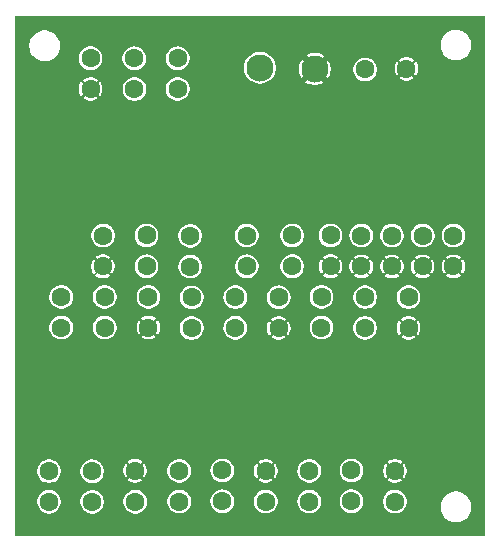
<source format=gbr>
%TF.GenerationSoftware,KiCad,Pcbnew,9.0.0*%
%TF.CreationDate,2025-03-10T21:20:54+01:00*%
%TF.ProjectId,connecteur,636f6e6e-6563-4746-9575-722e6b696361,rev?*%
%TF.SameCoordinates,Original*%
%TF.FileFunction,Copper,L2,Inr*%
%TF.FilePolarity,Positive*%
%FSLAX46Y46*%
G04 Gerber Fmt 4.6, Leading zero omitted, Abs format (unit mm)*
G04 Created by KiCad (PCBNEW 9.0.0) date 2025-03-10 21:20:54*
%MOMM*%
%LPD*%
G01*
G04 APERTURE LIST*
%TA.AperFunction,ComponentPad*%
%ADD10C,1.600000*%
%TD*%
%TA.AperFunction,ComponentPad*%
%ADD11C,2.300000*%
%TD*%
%TA.AperFunction,Conductor*%
%ADD12C,1.500000*%
%TD*%
%TA.AperFunction,Conductor*%
%ADD13C,1.000000*%
%TD*%
%TA.AperFunction,Conductor*%
%ADD14C,0.500000*%
%TD*%
G04 APERTURE END LIST*
D10*
%TO.N,ENC2_S2*%
%TO.C,J8*%
X176950000Y-103620000D03*
%TD*%
%TO.N,M4_2*%
%TO.C,J25*%
X169640000Y-103630000D03*
%TD*%
%TO.N,GND*%
%TO.C,J74*%
X176630000Y-101020000D03*
%TD*%
%TO.N,ENC1_S2*%
%TO.C,J3*%
X175800000Y-118290000D03*
%TD*%
%TO.N,M2_2*%
%TO.C,J9*%
X180640000Y-103620000D03*
%TD*%
%TO.N,ENC5_S2*%
%TO.C,J36*%
X157420000Y-86010000D03*
%TD*%
%TO.N,M6_2*%
%TO.C,J49*%
X154770000Y-98410000D03*
%TD*%
%TO.N,M1_1*%
%TO.C,J1*%
X179480000Y-120940000D03*
%TD*%
%TO.N,GND*%
%TO.C,J7*%
X184430000Y-101020000D03*
%TD*%
D11*
%TO.N,/+12V*%
%TO.C,J27*%
X168050000Y-84200000D03*
%TD*%
D10*
%TO.N,/MOSI_CON*%
%TO.C,J41*%
X170770000Y-98400000D03*
%TD*%
%TO.N,GND*%
%TO.C,J34*%
X174030000Y-101010000D03*
%TD*%
%TO.N,GND*%
%TO.C,J73*%
X154760000Y-101010000D03*
%TD*%
%TO.N,M8_1*%
%TO.C,J68*%
X151220000Y-106210000D03*
%TD*%
%TO.N,M3_2*%
%TO.C,J17*%
X161210000Y-118340000D03*
%TD*%
D11*
%TO.N,GND*%
%TO.C,J50*%
X172700000Y-84300000D03*
%TD*%
D10*
%TO.N,+5V*%
%TO.C,J23*%
X176950000Y-84350000D03*
%TD*%
%TO.N,M5_1*%
%TO.C,J40*%
X153710000Y-83390000D03*
%TD*%
%TO.N,GND*%
%TO.C,J65*%
X179230000Y-101020000D03*
%TD*%
%TO.N,+5V*%
%TO.C,J63*%
X151220000Y-103610000D03*
%TD*%
%TO.N,/MISO_CON*%
%TO.C,J42*%
X170770000Y-101000000D03*
%TD*%
%TO.N,GND*%
%TO.C,J76*%
X181830000Y-101020000D03*
%TD*%
%TO.N,ENC8_S1*%
%TO.C,J69*%
X154910000Y-106210000D03*
%TD*%
%TO.N,FSR2*%
%TO.C,J46*%
X176630000Y-98410000D03*
%TD*%
%TO.N,M1_2*%
%TO.C,J5*%
X172230000Y-118340000D03*
%TD*%
%TO.N,+5V*%
%TO.C,J14*%
X161100000Y-83400000D03*
%TD*%
%TO.N,GND*%
%TO.C,J60*%
X168550000Y-118340000D03*
%TD*%
%TO.N,+5V*%
%TO.C,J6*%
X162280000Y-103640000D03*
%TD*%
%TO.N,M6_1*%
%TO.C,J51*%
X162140000Y-101040000D03*
%TD*%
%TO.N,GND*%
%TO.C,J77*%
X180450000Y-84300000D03*
%TD*%
%TO.N,FSR5*%
%TO.C,J75*%
X184430000Y-98420000D03*
%TD*%
%TO.N,GND*%
%TO.C,J2*%
X169640000Y-106240000D03*
%TD*%
%TO.N,+5V*%
%TO.C,J53*%
X162140000Y-98440000D03*
%TD*%
%TO.N,ENC7_S2*%
%TO.C,J58*%
X153840000Y-118360000D03*
%TD*%
%TO.N,GND*%
%TO.C,J47*%
X157470000Y-118330000D03*
%TD*%
%TO.N,ENC4_S1*%
%TO.C,J29*%
X165960000Y-106220000D03*
%TD*%
%TO.N,ENC2_S1*%
%TO.C,J12*%
X176950000Y-106230000D03*
%TD*%
%TO.N,/NSS_CON*%
%TO.C,J38*%
X166950000Y-101010000D03*
%TD*%
%TO.N,M5_2*%
%TO.C,J39*%
X161100000Y-86000000D03*
%TD*%
%TO.N,M7_2*%
%TO.C,J59*%
X150190000Y-118350000D03*
%TD*%
%TO.N,ENC6_S1*%
%TO.C,J52*%
X158460000Y-101010000D03*
%TD*%
%TO.N,/SCK_CON*%
%TO.C,J37*%
X166940000Y-98410000D03*
%TD*%
%TO.N,ENC6_S2*%
%TO.C,J48*%
X158460000Y-98400000D03*
%TD*%
%TO.N,ENC5_S1*%
%TO.C,J43*%
X157410000Y-83400000D03*
%TD*%
%TO.N,GND*%
%TO.C,J21*%
X179480000Y-118340000D03*
%TD*%
%TO.N,FSR3*%
%TO.C,J55*%
X179230000Y-98420000D03*
%TD*%
%TO.N,M7_1*%
%TO.C,J61*%
X157490000Y-120950000D03*
%TD*%
%TO.N,ENC4_S2*%
%TO.C,J22*%
X165960000Y-103620000D03*
%TD*%
%TO.N,+5V*%
%TO.C,J44*%
X150190000Y-120950000D03*
%TD*%
%TO.N,M3_1*%
%TO.C,J18*%
X168550000Y-120940000D03*
%TD*%
%TO.N,+5V*%
%TO.C,J30*%
X161210000Y-120940000D03*
%TD*%
%TO.N,GND*%
%TO.C,J45*%
X180640000Y-106230000D03*
%TD*%
%TO.N,GND*%
%TO.C,J56*%
X158600000Y-106210000D03*
%TD*%
%TO.N,FSR1*%
%TO.C,J72*%
X174030000Y-98400000D03*
%TD*%
%TO.N,+5V*%
%TO.C,J70*%
X172230000Y-120940000D03*
%TD*%
%TO.N,GND*%
%TO.C,J15*%
X153720000Y-86000000D03*
%TD*%
%TO.N,ENC8_S2*%
%TO.C,J66*%
X154910000Y-103610000D03*
%TD*%
%TO.N,ENC7_S1*%
%TO.C,J62*%
X153840000Y-120960000D03*
%TD*%
%TO.N,ENC3_S1*%
%TO.C,J19*%
X164860000Y-120910000D03*
%TD*%
%TO.N,ENC1_S1*%
%TO.C,J4*%
X175800000Y-120900000D03*
%TD*%
%TO.N,M2_1*%
%TO.C,J11*%
X173260000Y-106210000D03*
%TD*%
%TO.N,ENC3_S2*%
%TO.C,J16*%
X164860000Y-118300000D03*
%TD*%
%TO.N,M4_1*%
%TO.C,J26*%
X162280000Y-106240000D03*
%TD*%
%TO.N,FSR4*%
%TO.C,J64*%
X181830000Y-98420000D03*
%TD*%
%TO.N,M8_2*%
%TO.C,J67*%
X158600000Y-103610000D03*
%TD*%
%TO.N,+5V*%
%TO.C,J20*%
X173270000Y-103610000D03*
%TD*%
D12*
%TO.N,/+12V*%
X168110000Y-84390000D02*
X167990000Y-84390000D01*
D13*
X167990000Y-84390000D02*
X167980000Y-84390000D01*
X168040000Y-84340000D02*
X167990000Y-84390000D01*
D14*
%TO.N,GND*%
X174150000Y-82950000D02*
X172750000Y-84350000D01*
X172750000Y-84400000D02*
X174150000Y-85800000D01*
X172700000Y-84300000D02*
X171300000Y-85700000D01*
X171350000Y-82850000D02*
X172750000Y-84250000D01*
%TD*%
%TA.AperFunction,Conductor*%
%TO.N,GND*%
G36*
X187077826Y-79862174D02*
G01*
X187099500Y-79914500D01*
X187099500Y-123765500D01*
X187077826Y-123817826D01*
X187025500Y-123839500D01*
X147374500Y-123839500D01*
X147322174Y-123817826D01*
X147300500Y-123765500D01*
X147300500Y-120851460D01*
X149189500Y-120851460D01*
X149189500Y-121048539D01*
X149227947Y-121241829D01*
X149227950Y-121241839D01*
X149303367Y-121423913D01*
X149412860Y-121587781D01*
X149552218Y-121727139D01*
X149716086Y-121836632D01*
X149894420Y-121910500D01*
X149898165Y-121912051D01*
X150091459Y-121950500D01*
X150091461Y-121950500D01*
X150288539Y-121950500D01*
X150288541Y-121950500D01*
X150481835Y-121912051D01*
X150663914Y-121836632D01*
X150827782Y-121727139D01*
X150967139Y-121587782D01*
X151076632Y-121423914D01*
X151152051Y-121241835D01*
X151190500Y-121048541D01*
X151190500Y-120861459D01*
X152839500Y-120861459D01*
X152839500Y-121058541D01*
X152842867Y-121075466D01*
X152877947Y-121251829D01*
X152877950Y-121251839D01*
X152953367Y-121433913D01*
X153062860Y-121597781D01*
X153202218Y-121737139D01*
X153366086Y-121846632D01*
X153499875Y-121902049D01*
X153548165Y-121922051D01*
X153741459Y-121960500D01*
X153741461Y-121960500D01*
X153938539Y-121960500D01*
X153938541Y-121960500D01*
X154131835Y-121922051D01*
X154313914Y-121846632D01*
X154477782Y-121737139D01*
X154617139Y-121597782D01*
X154726632Y-121433914D01*
X154802051Y-121251835D01*
X154840500Y-121058541D01*
X154840500Y-120861459D01*
X154838511Y-120851460D01*
X156489500Y-120851460D01*
X156489500Y-121048539D01*
X156527947Y-121241829D01*
X156527950Y-121241839D01*
X156603367Y-121423913D01*
X156712860Y-121587781D01*
X156852218Y-121727139D01*
X157016086Y-121836632D01*
X157194420Y-121910500D01*
X157198165Y-121912051D01*
X157391459Y-121950500D01*
X157391461Y-121950500D01*
X157588539Y-121950500D01*
X157588541Y-121950500D01*
X157781835Y-121912051D01*
X157963914Y-121836632D01*
X158127782Y-121727139D01*
X158267139Y-121587782D01*
X158376632Y-121423914D01*
X158452051Y-121241835D01*
X158490500Y-121048541D01*
X158490500Y-120851459D01*
X158488511Y-120841459D01*
X160209500Y-120841459D01*
X160209500Y-121038541D01*
X160216843Y-121075455D01*
X160247947Y-121231829D01*
X160247950Y-121231839D01*
X160323367Y-121413913D01*
X160432860Y-121577781D01*
X160572218Y-121717139D01*
X160736086Y-121826632D01*
X160914420Y-121900500D01*
X160918165Y-121902051D01*
X161111459Y-121940500D01*
X161111461Y-121940500D01*
X161308539Y-121940500D01*
X161308541Y-121940500D01*
X161501835Y-121902051D01*
X161683914Y-121826632D01*
X161847782Y-121717139D01*
X161987139Y-121577782D01*
X162096632Y-121413914D01*
X162172051Y-121231835D01*
X162210500Y-121038541D01*
X162210500Y-120841459D01*
X162204533Y-120811459D01*
X163859500Y-120811459D01*
X163859500Y-121008541D01*
X163867456Y-121048539D01*
X163897947Y-121201829D01*
X163897950Y-121201839D01*
X163973367Y-121383913D01*
X164076179Y-121537781D01*
X164082861Y-121547782D01*
X164222218Y-121687139D01*
X164386086Y-121796632D01*
X164568165Y-121872051D01*
X164761459Y-121910500D01*
X164761461Y-121910500D01*
X164958539Y-121910500D01*
X164958541Y-121910500D01*
X165151835Y-121872051D01*
X165333914Y-121796632D01*
X165497782Y-121687139D01*
X165637139Y-121547782D01*
X165746632Y-121383914D01*
X165822051Y-121201835D01*
X165860500Y-121008541D01*
X165860500Y-120841459D01*
X167549500Y-120841459D01*
X167549500Y-121038541D01*
X167556843Y-121075455D01*
X167587947Y-121231829D01*
X167587950Y-121231839D01*
X167663367Y-121413913D01*
X167772860Y-121577781D01*
X167912218Y-121717139D01*
X168076086Y-121826632D01*
X168254420Y-121900500D01*
X168258165Y-121902051D01*
X168451459Y-121940500D01*
X168451461Y-121940500D01*
X168648539Y-121940500D01*
X168648541Y-121940500D01*
X168841835Y-121902051D01*
X169023914Y-121826632D01*
X169187782Y-121717139D01*
X169327139Y-121577782D01*
X169436632Y-121413914D01*
X169512051Y-121231835D01*
X169550500Y-121038541D01*
X169550500Y-120841459D01*
X171229500Y-120841459D01*
X171229500Y-121038541D01*
X171236843Y-121075455D01*
X171267947Y-121231829D01*
X171267950Y-121231839D01*
X171343367Y-121413913D01*
X171452860Y-121577781D01*
X171592218Y-121717139D01*
X171756086Y-121826632D01*
X171934420Y-121900500D01*
X171938165Y-121902051D01*
X172131459Y-121940500D01*
X172131461Y-121940500D01*
X172328539Y-121940500D01*
X172328541Y-121940500D01*
X172521835Y-121902051D01*
X172703914Y-121826632D01*
X172867782Y-121717139D01*
X173007139Y-121577782D01*
X173116632Y-121413914D01*
X173192051Y-121231835D01*
X173230500Y-121038541D01*
X173230500Y-120841459D01*
X173222543Y-120801459D01*
X174799500Y-120801459D01*
X174799500Y-120998541D01*
X174811435Y-121058541D01*
X174837947Y-121191829D01*
X174837950Y-121191839D01*
X174913367Y-121373913D01*
X174985825Y-121482353D01*
X175022861Y-121537782D01*
X175162218Y-121677139D01*
X175326086Y-121786632D01*
X175508165Y-121862051D01*
X175701459Y-121900500D01*
X175701461Y-121900500D01*
X175898539Y-121900500D01*
X175898541Y-121900500D01*
X176091835Y-121862051D01*
X176273914Y-121786632D01*
X176437782Y-121677139D01*
X176577139Y-121537782D01*
X176686632Y-121373914D01*
X176762051Y-121191835D01*
X176800500Y-120998541D01*
X176800500Y-120841459D01*
X178479500Y-120841459D01*
X178479500Y-121038541D01*
X178486843Y-121075455D01*
X178517947Y-121231829D01*
X178517950Y-121231839D01*
X178593367Y-121413913D01*
X178702860Y-121577781D01*
X178842218Y-121717139D01*
X179006086Y-121826632D01*
X179184420Y-121900500D01*
X179188165Y-121902051D01*
X179381459Y-121940500D01*
X179381461Y-121940500D01*
X179578539Y-121940500D01*
X179578541Y-121940500D01*
X179771835Y-121902051D01*
X179953914Y-121826632D01*
X180117782Y-121717139D01*
X180257139Y-121577782D01*
X180366632Y-121413914D01*
X180423076Y-121277646D01*
X183349500Y-121277646D01*
X183349500Y-121482353D01*
X183381522Y-121684531D01*
X183381525Y-121684544D01*
X183444777Y-121879213D01*
X183537712Y-122061610D01*
X183611406Y-122163040D01*
X183658034Y-122227219D01*
X183802781Y-122371966D01*
X183894695Y-122438745D01*
X183968389Y-122492287D01*
X184056300Y-122537079D01*
X184150781Y-122585220D01*
X184150783Y-122585220D01*
X184150786Y-122585222D01*
X184345455Y-122648474D01*
X184345461Y-122648475D01*
X184345466Y-122648477D01*
X184446557Y-122664488D01*
X184547646Y-122680500D01*
X184547648Y-122680500D01*
X184752354Y-122680500D01*
X184833224Y-122667690D01*
X184954534Y-122648477D01*
X184954541Y-122648474D01*
X184954544Y-122648474D01*
X185149213Y-122585222D01*
X185149213Y-122585221D01*
X185149219Y-122585220D01*
X185331610Y-122492287D01*
X185497219Y-122371966D01*
X185641966Y-122227219D01*
X185762287Y-122061610D01*
X185855220Y-121879219D01*
X185907883Y-121717139D01*
X185918474Y-121684544D01*
X185918474Y-121684541D01*
X185918477Y-121684534D01*
X185950500Y-121482352D01*
X185950500Y-121277648D01*
X185944828Y-121241839D01*
X185918477Y-121075468D01*
X185918474Y-121075455D01*
X185855222Y-120880786D01*
X185855220Y-120880783D01*
X185855220Y-120880781D01*
X185807079Y-120786300D01*
X185762287Y-120698389D01*
X185696735Y-120608165D01*
X185641966Y-120532781D01*
X185497219Y-120388034D01*
X185433040Y-120341406D01*
X185331610Y-120267712D01*
X185149213Y-120174777D01*
X184954544Y-120111525D01*
X184954531Y-120111522D01*
X184752354Y-120079500D01*
X184752352Y-120079500D01*
X184547648Y-120079500D01*
X184547646Y-120079500D01*
X184345468Y-120111522D01*
X184345455Y-120111525D01*
X184150786Y-120174777D01*
X183968389Y-120267712D01*
X183802785Y-120388031D01*
X183802781Y-120388034D01*
X183658034Y-120532781D01*
X183658031Y-120532784D01*
X183658031Y-120532785D01*
X183537712Y-120698389D01*
X183444777Y-120880786D01*
X183381525Y-121075455D01*
X183381522Y-121075468D01*
X183349500Y-121277646D01*
X180423076Y-121277646D01*
X180442051Y-121231835D01*
X180480500Y-121038541D01*
X180480500Y-120841459D01*
X180442051Y-120648165D01*
X180366632Y-120466086D01*
X180257139Y-120302218D01*
X180117782Y-120162861D01*
X180072886Y-120132862D01*
X179953913Y-120053367D01*
X179771839Y-119977950D01*
X179771829Y-119977947D01*
X179642388Y-119952200D01*
X179578541Y-119939500D01*
X179381459Y-119939500D01*
X179331186Y-119949500D01*
X179188170Y-119977947D01*
X179188160Y-119977950D01*
X179006086Y-120053367D01*
X178842218Y-120162860D01*
X178842217Y-120162862D01*
X178702862Y-120302217D01*
X178702860Y-120302218D01*
X178593367Y-120466086D01*
X178517950Y-120648160D01*
X178517947Y-120648170D01*
X178487457Y-120801459D01*
X178479500Y-120841459D01*
X176800500Y-120841459D01*
X176800500Y-120801459D01*
X176762051Y-120608165D01*
X176686632Y-120426086D01*
X176577139Y-120262218D01*
X176437782Y-120122861D01*
X176420817Y-120111525D01*
X176273913Y-120013367D01*
X176091839Y-119937950D01*
X176091829Y-119937947D01*
X175962388Y-119912200D01*
X175898541Y-119899500D01*
X175701459Y-119899500D01*
X175651186Y-119909500D01*
X175508170Y-119937947D01*
X175508160Y-119937950D01*
X175326086Y-120013367D01*
X175162218Y-120122860D01*
X175162217Y-120122862D01*
X175022862Y-120262217D01*
X175022860Y-120262218D01*
X174913367Y-120426086D01*
X174837950Y-120608160D01*
X174837947Y-120608170D01*
X174805850Y-120769535D01*
X174799500Y-120801459D01*
X173222543Y-120801459D01*
X173192052Y-120648170D01*
X173192051Y-120648169D01*
X173192051Y-120648165D01*
X173116632Y-120466086D01*
X173007139Y-120302218D01*
X172867782Y-120162861D01*
X172822886Y-120132862D01*
X172703913Y-120053367D01*
X172521839Y-119977950D01*
X172521829Y-119977947D01*
X172392388Y-119952200D01*
X172328541Y-119939500D01*
X172131459Y-119939500D01*
X172081186Y-119949500D01*
X171938170Y-119977947D01*
X171938160Y-119977950D01*
X171756086Y-120053367D01*
X171592218Y-120162860D01*
X171592217Y-120162862D01*
X171452862Y-120302217D01*
X171452860Y-120302218D01*
X171343367Y-120466086D01*
X171267950Y-120648160D01*
X171267947Y-120648170D01*
X171237457Y-120801459D01*
X171229500Y-120841459D01*
X169550500Y-120841459D01*
X169512051Y-120648165D01*
X169436632Y-120466086D01*
X169327139Y-120302218D01*
X169187782Y-120162861D01*
X169142886Y-120132862D01*
X169023913Y-120053367D01*
X168841839Y-119977950D01*
X168841829Y-119977947D01*
X168712388Y-119952200D01*
X168648541Y-119939500D01*
X168451459Y-119939500D01*
X168401186Y-119949500D01*
X168258170Y-119977947D01*
X168258160Y-119977950D01*
X168076086Y-120053367D01*
X167912218Y-120162860D01*
X167912217Y-120162862D01*
X167772862Y-120302217D01*
X167772860Y-120302218D01*
X167663367Y-120466086D01*
X167587950Y-120648160D01*
X167587947Y-120648170D01*
X167557457Y-120801459D01*
X167549500Y-120841459D01*
X165860500Y-120841459D01*
X165860500Y-120811459D01*
X165822051Y-120618165D01*
X165746632Y-120436086D01*
X165637139Y-120272218D01*
X165497782Y-120132861D01*
X165482818Y-120122862D01*
X165333913Y-120023367D01*
X165151839Y-119947950D01*
X165151829Y-119947947D01*
X165022388Y-119922200D01*
X164958541Y-119909500D01*
X164761459Y-119909500D01*
X164706662Y-119920399D01*
X164568170Y-119947947D01*
X164568160Y-119947950D01*
X164386086Y-120023367D01*
X164222218Y-120132860D01*
X164222217Y-120132862D01*
X164082862Y-120272217D01*
X164082860Y-120272218D01*
X163973367Y-120436086D01*
X163897950Y-120618160D01*
X163897947Y-120618170D01*
X163889993Y-120658160D01*
X163859500Y-120811459D01*
X162204533Y-120811459D01*
X162172051Y-120648165D01*
X162096632Y-120466086D01*
X161987139Y-120302218D01*
X161847782Y-120162861D01*
X161802886Y-120132862D01*
X161683913Y-120053367D01*
X161501839Y-119977950D01*
X161501829Y-119977947D01*
X161372388Y-119952200D01*
X161308541Y-119939500D01*
X161111459Y-119939500D01*
X161061186Y-119949500D01*
X160918170Y-119977947D01*
X160918160Y-119977950D01*
X160736086Y-120053367D01*
X160572218Y-120162860D01*
X160572217Y-120162862D01*
X160432862Y-120302217D01*
X160432860Y-120302218D01*
X160323367Y-120466086D01*
X160247950Y-120648160D01*
X160247947Y-120648170D01*
X160217457Y-120801459D01*
X160209500Y-120841459D01*
X158488511Y-120841459D01*
X158452051Y-120658165D01*
X158431340Y-120608165D01*
X158376632Y-120476086D01*
X158267139Y-120312218D01*
X158127781Y-120172860D01*
X157963913Y-120063367D01*
X157781839Y-119987950D01*
X157781829Y-119987947D01*
X157652388Y-119962200D01*
X157588541Y-119949500D01*
X157391459Y-119949500D01*
X157341186Y-119959500D01*
X157198170Y-119987947D01*
X157198160Y-119987950D01*
X157016086Y-120063367D01*
X156852218Y-120172860D01*
X156852217Y-120172862D01*
X156712862Y-120312217D01*
X156712860Y-120312218D01*
X156603367Y-120476086D01*
X156527950Y-120658160D01*
X156527947Y-120658170D01*
X156489500Y-120851460D01*
X154838511Y-120851460D01*
X154802051Y-120668165D01*
X154781340Y-120618165D01*
X154726632Y-120486086D01*
X154617139Y-120322218D01*
X154477781Y-120182860D01*
X154313913Y-120073367D01*
X154131839Y-119997950D01*
X154131829Y-119997947D01*
X154002388Y-119972200D01*
X153938541Y-119959500D01*
X153741459Y-119959500D01*
X153686662Y-119970399D01*
X153548170Y-119997947D01*
X153548160Y-119997950D01*
X153366086Y-120073367D01*
X153202218Y-120182860D01*
X153202217Y-120182862D01*
X153062862Y-120322217D01*
X153062860Y-120322218D01*
X152953367Y-120486086D01*
X152877950Y-120668160D01*
X152877947Y-120668170D01*
X152849286Y-120812260D01*
X152839500Y-120861459D01*
X151190500Y-120861459D01*
X151190500Y-120851459D01*
X151152051Y-120658165D01*
X151131340Y-120608165D01*
X151076632Y-120476086D01*
X150967139Y-120312218D01*
X150827781Y-120172860D01*
X150663913Y-120063367D01*
X150481839Y-119987950D01*
X150481829Y-119987947D01*
X150352388Y-119962200D01*
X150288541Y-119949500D01*
X150091459Y-119949500D01*
X150041186Y-119959500D01*
X149898170Y-119987947D01*
X149898160Y-119987950D01*
X149716086Y-120063367D01*
X149552218Y-120172860D01*
X149552217Y-120172862D01*
X149412862Y-120312217D01*
X149412860Y-120312218D01*
X149303367Y-120476086D01*
X149227950Y-120658160D01*
X149227947Y-120658170D01*
X149189500Y-120851460D01*
X147300500Y-120851460D01*
X147300500Y-118251459D01*
X149189500Y-118251459D01*
X149189500Y-118448541D01*
X149202200Y-118512388D01*
X149227947Y-118641829D01*
X149227950Y-118641839D01*
X149303367Y-118823913D01*
X149412860Y-118987781D01*
X149552218Y-119127139D01*
X149716086Y-119236632D01*
X149777448Y-119262049D01*
X149898165Y-119312051D01*
X150091459Y-119350500D01*
X150091461Y-119350500D01*
X150288539Y-119350500D01*
X150288541Y-119350500D01*
X150481835Y-119312051D01*
X150663914Y-119236632D01*
X150827782Y-119127139D01*
X150967139Y-118987782D01*
X151076632Y-118823914D01*
X151152051Y-118641835D01*
X151190500Y-118448541D01*
X151190500Y-118261460D01*
X152839500Y-118261460D01*
X152839500Y-118458539D01*
X152877947Y-118651829D01*
X152877950Y-118651839D01*
X152953367Y-118833913D01*
X153062860Y-118997781D01*
X153202218Y-119137139D01*
X153366086Y-119246632D01*
X153499875Y-119302049D01*
X153548165Y-119322051D01*
X153741459Y-119360500D01*
X153741461Y-119360500D01*
X153938539Y-119360500D01*
X153938541Y-119360500D01*
X154131835Y-119322051D01*
X154313914Y-119246632D01*
X154477782Y-119137139D01*
X154617139Y-118997782D01*
X154726632Y-118833914D01*
X154802051Y-118651835D01*
X154840500Y-118458541D01*
X154840500Y-118261459D01*
X154834543Y-118231509D01*
X156470000Y-118231509D01*
X156470000Y-118428490D01*
X156508427Y-118621682D01*
X156508430Y-118621693D01*
X156583808Y-118803673D01*
X156692394Y-118966183D01*
X157052210Y-118606366D01*
X157069901Y-118637007D01*
X157162993Y-118730099D01*
X157193631Y-118747788D01*
X156833815Y-119107604D01*
X156833815Y-119107605D01*
X156996324Y-119216190D01*
X157178306Y-119291569D01*
X157178317Y-119291572D01*
X157371510Y-119330000D01*
X157568490Y-119330000D01*
X157761682Y-119291572D01*
X157761693Y-119291569D01*
X157943675Y-119216190D01*
X158106183Y-119107605D01*
X158106183Y-119107604D01*
X157746367Y-118747788D01*
X157777007Y-118730099D01*
X157870099Y-118637007D01*
X157887788Y-118606367D01*
X158247604Y-118966183D01*
X158247605Y-118966183D01*
X158356190Y-118803675D01*
X158431569Y-118621693D01*
X158431572Y-118621682D01*
X158470000Y-118428490D01*
X158470000Y-118241459D01*
X160209500Y-118241459D01*
X160209500Y-118438541D01*
X160222200Y-118502388D01*
X160247947Y-118631829D01*
X160247950Y-118631839D01*
X160323367Y-118813913D01*
X160432860Y-118977781D01*
X160572218Y-119117139D01*
X160736086Y-119226632D01*
X160917008Y-119301572D01*
X160918165Y-119302051D01*
X161111459Y-119340500D01*
X161111461Y-119340500D01*
X161308539Y-119340500D01*
X161308541Y-119340500D01*
X161501835Y-119302051D01*
X161683914Y-119226632D01*
X161847782Y-119117139D01*
X161987139Y-118977782D01*
X162096632Y-118813914D01*
X162172051Y-118631835D01*
X162210500Y-118438541D01*
X162210500Y-118241459D01*
X162202543Y-118201459D01*
X163859500Y-118201459D01*
X163859500Y-118398541D01*
X163871435Y-118458541D01*
X163897947Y-118591829D01*
X163897950Y-118591839D01*
X163973367Y-118773913D01*
X164076179Y-118927781D01*
X164082861Y-118937782D01*
X164222218Y-119077139D01*
X164386086Y-119186632D01*
X164568165Y-119262051D01*
X164761459Y-119300500D01*
X164761461Y-119300500D01*
X164958539Y-119300500D01*
X164958541Y-119300500D01*
X165151835Y-119262051D01*
X165333914Y-119186632D01*
X165497782Y-119077139D01*
X165637139Y-118937782D01*
X165746632Y-118773914D01*
X165822051Y-118591835D01*
X165860500Y-118398541D01*
X165860500Y-118241509D01*
X167550000Y-118241509D01*
X167550000Y-118438490D01*
X167588427Y-118631682D01*
X167588430Y-118631693D01*
X167663808Y-118813673D01*
X167772394Y-118976183D01*
X168132210Y-118616366D01*
X168149901Y-118647007D01*
X168242993Y-118740099D01*
X168273631Y-118757788D01*
X167913815Y-119117604D01*
X167913815Y-119117605D01*
X168076324Y-119226190D01*
X168258306Y-119301569D01*
X168258317Y-119301572D01*
X168451510Y-119340000D01*
X168648490Y-119340000D01*
X168841682Y-119301572D01*
X168841693Y-119301569D01*
X169023675Y-119226190D01*
X169186183Y-119117605D01*
X169186183Y-119117604D01*
X168826367Y-118757788D01*
X168857007Y-118740099D01*
X168950099Y-118647007D01*
X168967788Y-118616367D01*
X169327604Y-118976183D01*
X169327605Y-118976183D01*
X169436190Y-118813675D01*
X169511569Y-118631693D01*
X169511572Y-118631682D01*
X169550000Y-118438490D01*
X169550000Y-118241509D01*
X169549990Y-118241459D01*
X171229500Y-118241459D01*
X171229500Y-118438541D01*
X171242200Y-118502388D01*
X171267947Y-118631829D01*
X171267950Y-118631839D01*
X171343367Y-118813913D01*
X171452860Y-118977781D01*
X171592218Y-119117139D01*
X171756086Y-119226632D01*
X171937008Y-119301572D01*
X171938165Y-119302051D01*
X172131459Y-119340500D01*
X172131461Y-119340500D01*
X172328539Y-119340500D01*
X172328541Y-119340500D01*
X172521835Y-119302051D01*
X172703914Y-119226632D01*
X172867782Y-119117139D01*
X173007139Y-118977782D01*
X173116632Y-118813914D01*
X173192051Y-118631835D01*
X173230500Y-118438541D01*
X173230500Y-118241459D01*
X173222543Y-118201459D01*
X173220554Y-118191459D01*
X174799500Y-118191459D01*
X174799500Y-118388541D01*
X174811435Y-118448541D01*
X174837947Y-118581829D01*
X174837950Y-118581839D01*
X174913367Y-118763913D01*
X175022860Y-118927781D01*
X175162218Y-119067139D01*
X175326086Y-119176632D01*
X175445730Y-119226190D01*
X175508165Y-119252051D01*
X175701459Y-119290500D01*
X175701461Y-119290500D01*
X175898539Y-119290500D01*
X175898541Y-119290500D01*
X176091835Y-119252051D01*
X176273914Y-119176632D01*
X176437782Y-119067139D01*
X176577139Y-118927782D01*
X176686632Y-118763914D01*
X176762051Y-118581835D01*
X176800500Y-118388541D01*
X176800500Y-118241509D01*
X178480000Y-118241509D01*
X178480000Y-118438490D01*
X178518427Y-118631682D01*
X178518430Y-118631693D01*
X178593808Y-118813673D01*
X178702394Y-118976183D01*
X179062210Y-118616366D01*
X179079901Y-118647007D01*
X179172993Y-118740099D01*
X179203631Y-118757788D01*
X178843815Y-119117604D01*
X178843815Y-119117605D01*
X179006324Y-119226190D01*
X179188306Y-119301569D01*
X179188317Y-119301572D01*
X179381510Y-119340000D01*
X179578490Y-119340000D01*
X179771682Y-119301572D01*
X179771693Y-119301569D01*
X179953675Y-119226190D01*
X180116183Y-119117605D01*
X180116183Y-119117604D01*
X179756367Y-118757788D01*
X179787007Y-118740099D01*
X179880099Y-118647007D01*
X179897788Y-118616367D01*
X180257604Y-118976183D01*
X180257605Y-118976183D01*
X180366190Y-118813675D01*
X180441569Y-118631693D01*
X180441572Y-118631682D01*
X180480000Y-118438490D01*
X180480000Y-118241509D01*
X180441572Y-118048317D01*
X180441569Y-118048306D01*
X180366190Y-117866324D01*
X180257604Y-117703815D01*
X179897788Y-118063631D01*
X179880099Y-118032993D01*
X179787007Y-117939901D01*
X179756366Y-117922210D01*
X180116183Y-117562394D01*
X179953672Y-117453808D01*
X179953673Y-117453808D01*
X179771693Y-117378430D01*
X179771682Y-117378427D01*
X179578490Y-117340000D01*
X179381510Y-117340000D01*
X179188317Y-117378427D01*
X179188306Y-117378430D01*
X179006322Y-117453810D01*
X178843815Y-117562394D01*
X179203632Y-117922211D01*
X179172993Y-117939901D01*
X179079901Y-118032993D01*
X179062211Y-118063632D01*
X178702394Y-117703815D01*
X178593810Y-117866322D01*
X178518430Y-118048306D01*
X178518427Y-118048317D01*
X178480000Y-118241509D01*
X176800500Y-118241509D01*
X176800500Y-118191459D01*
X176762051Y-117998165D01*
X176686632Y-117816086D01*
X176577139Y-117652218D01*
X176437782Y-117512861D01*
X176378677Y-117473368D01*
X176273913Y-117403367D01*
X176091839Y-117327950D01*
X176091829Y-117327947D01*
X175962388Y-117302200D01*
X175898541Y-117289500D01*
X175701459Y-117289500D01*
X175651186Y-117299500D01*
X175508170Y-117327947D01*
X175508160Y-117327950D01*
X175326086Y-117403367D01*
X175162218Y-117512860D01*
X175162217Y-117512862D01*
X175022862Y-117652217D01*
X175022860Y-117652218D01*
X174913367Y-117816086D01*
X174837950Y-117998160D01*
X174837947Y-117998170D01*
X174810331Y-118137007D01*
X174799500Y-118191459D01*
X173220554Y-118191459D01*
X173192052Y-118048170D01*
X173192051Y-118048169D01*
X173192051Y-118048165D01*
X173181624Y-118022993D01*
X173116632Y-117866086D01*
X173007139Y-117702218D01*
X172867781Y-117562860D01*
X172703913Y-117453367D01*
X172521839Y-117377950D01*
X172521829Y-117377947D01*
X172392388Y-117352200D01*
X172328541Y-117339500D01*
X172131459Y-117339500D01*
X172081186Y-117349500D01*
X171938170Y-117377947D01*
X171938160Y-117377950D01*
X171756086Y-117453367D01*
X171592218Y-117562860D01*
X171592217Y-117562862D01*
X171452862Y-117702217D01*
X171452860Y-117702218D01*
X171343367Y-117866086D01*
X171267950Y-118048160D01*
X171267947Y-118048170D01*
X171238030Y-118198578D01*
X171229500Y-118241459D01*
X169549990Y-118241459D01*
X169511572Y-118048317D01*
X169511569Y-118048306D01*
X169436190Y-117866324D01*
X169327604Y-117703815D01*
X168967788Y-118063631D01*
X168950099Y-118032993D01*
X168857007Y-117939901D01*
X168826366Y-117922210D01*
X169186183Y-117562394D01*
X169023672Y-117453808D01*
X169023673Y-117453808D01*
X168841693Y-117378430D01*
X168841682Y-117378427D01*
X168648490Y-117340000D01*
X168451510Y-117340000D01*
X168258317Y-117378427D01*
X168258306Y-117378430D01*
X168076322Y-117453810D01*
X167913815Y-117562394D01*
X168273632Y-117922211D01*
X168242993Y-117939901D01*
X168149901Y-118032993D01*
X168132211Y-118063632D01*
X167772394Y-117703815D01*
X167663810Y-117866322D01*
X167588430Y-118048306D01*
X167588427Y-118048317D01*
X167550000Y-118241509D01*
X165860500Y-118241509D01*
X165860500Y-118201459D01*
X165822051Y-118008165D01*
X165746632Y-117826086D01*
X165637139Y-117662218D01*
X165497782Y-117522861D01*
X165482818Y-117512862D01*
X165333913Y-117413367D01*
X165151839Y-117337950D01*
X165151829Y-117337947D01*
X165022388Y-117312200D01*
X164958541Y-117299500D01*
X164761459Y-117299500D01*
X164706662Y-117310399D01*
X164568170Y-117337947D01*
X164568160Y-117337950D01*
X164386086Y-117413367D01*
X164222218Y-117522860D01*
X164222217Y-117522862D01*
X164082862Y-117662217D01*
X164082860Y-117662218D01*
X163973367Y-117826086D01*
X163897950Y-118008160D01*
X163897947Y-118008170D01*
X163872320Y-118137007D01*
X163859500Y-118201459D01*
X162202543Y-118201459D01*
X162172052Y-118048170D01*
X162172051Y-118048169D01*
X162172051Y-118048165D01*
X162161624Y-118022993D01*
X162096632Y-117866086D01*
X161987139Y-117702218D01*
X161847781Y-117562860D01*
X161683913Y-117453367D01*
X161501839Y-117377950D01*
X161501829Y-117377947D01*
X161372388Y-117352200D01*
X161308541Y-117339500D01*
X161111459Y-117339500D01*
X161061186Y-117349500D01*
X160918170Y-117377947D01*
X160918160Y-117377950D01*
X160736086Y-117453367D01*
X160572218Y-117562860D01*
X160572217Y-117562862D01*
X160432862Y-117702217D01*
X160432860Y-117702218D01*
X160323367Y-117866086D01*
X160247950Y-118048160D01*
X160247947Y-118048170D01*
X160218030Y-118198578D01*
X160209500Y-118241459D01*
X158470000Y-118241459D01*
X158470000Y-118231509D01*
X158431572Y-118038317D01*
X158431569Y-118038306D01*
X158356190Y-117856324D01*
X158247604Y-117693815D01*
X157887788Y-118053631D01*
X157870099Y-118022993D01*
X157777007Y-117929901D01*
X157746366Y-117912210D01*
X158106183Y-117552394D01*
X157943672Y-117443808D01*
X157943673Y-117443808D01*
X157761693Y-117368430D01*
X157761682Y-117368427D01*
X157568490Y-117330000D01*
X157371510Y-117330000D01*
X157178317Y-117368427D01*
X157178306Y-117368430D01*
X156996322Y-117443810D01*
X156833815Y-117552394D01*
X157193632Y-117912211D01*
X157162993Y-117929901D01*
X157069901Y-118022993D01*
X157052211Y-118053632D01*
X156692394Y-117693815D01*
X156583810Y-117856322D01*
X156508430Y-118038306D01*
X156508427Y-118038317D01*
X156470000Y-118231509D01*
X154834543Y-118231509D01*
X154802051Y-118068165D01*
X154726632Y-117886086D01*
X154617139Y-117722218D01*
X154477782Y-117582861D01*
X154462818Y-117572862D01*
X154313913Y-117473367D01*
X154131839Y-117397950D01*
X154131829Y-117397947D01*
X154002388Y-117372200D01*
X153938541Y-117359500D01*
X153741459Y-117359500D01*
X153686662Y-117370399D01*
X153548170Y-117397947D01*
X153548160Y-117397950D01*
X153366086Y-117473367D01*
X153202218Y-117582860D01*
X153202217Y-117582862D01*
X153062862Y-117722217D01*
X153062860Y-117722218D01*
X152953367Y-117886086D01*
X152877950Y-118068160D01*
X152877947Y-118068170D01*
X152849286Y-118212260D01*
X152845458Y-118231509D01*
X152839500Y-118261460D01*
X151190500Y-118261460D01*
X151190500Y-118251459D01*
X151152051Y-118058165D01*
X151141624Y-118032993D01*
X151076632Y-117876086D01*
X150967139Y-117712218D01*
X150827781Y-117572860D01*
X150663913Y-117463367D01*
X150481839Y-117387950D01*
X150481829Y-117387947D01*
X150352388Y-117362200D01*
X150288541Y-117349500D01*
X150091459Y-117349500D01*
X150041186Y-117359500D01*
X149898170Y-117387947D01*
X149898160Y-117387950D01*
X149716086Y-117463367D01*
X149552218Y-117572860D01*
X149552217Y-117572862D01*
X149412862Y-117712217D01*
X149412860Y-117712218D01*
X149303367Y-117876086D01*
X149227950Y-118058160D01*
X149227947Y-118058170D01*
X149199286Y-118202260D01*
X149189500Y-118251459D01*
X147300500Y-118251459D01*
X147300500Y-106111459D01*
X150219500Y-106111459D01*
X150219500Y-106308541D01*
X150232008Y-106371421D01*
X150257947Y-106501829D01*
X150257950Y-106501839D01*
X150333367Y-106683913D01*
X150442860Y-106847781D01*
X150582218Y-106987139D01*
X150746086Y-107096632D01*
X150927008Y-107171572D01*
X150928165Y-107172051D01*
X151121459Y-107210500D01*
X151121461Y-107210500D01*
X151318539Y-107210500D01*
X151318541Y-107210500D01*
X151511835Y-107172051D01*
X151693914Y-107096632D01*
X151857782Y-106987139D01*
X151997139Y-106847782D01*
X152106632Y-106683914D01*
X152182051Y-106501835D01*
X152220500Y-106308541D01*
X152220500Y-106111459D01*
X153909500Y-106111459D01*
X153909500Y-106308541D01*
X153922008Y-106371421D01*
X153947947Y-106501829D01*
X153947950Y-106501839D01*
X154023367Y-106683913D01*
X154132860Y-106847781D01*
X154272218Y-106987139D01*
X154436086Y-107096632D01*
X154617008Y-107171572D01*
X154618165Y-107172051D01*
X154811459Y-107210500D01*
X154811461Y-107210500D01*
X155008539Y-107210500D01*
X155008541Y-107210500D01*
X155201835Y-107172051D01*
X155383914Y-107096632D01*
X155547782Y-106987139D01*
X155687139Y-106847782D01*
X155796632Y-106683914D01*
X155872051Y-106501835D01*
X155910500Y-106308541D01*
X155910500Y-106111509D01*
X157600000Y-106111509D01*
X157600000Y-106308490D01*
X157638427Y-106501682D01*
X157638430Y-106501693D01*
X157713808Y-106683673D01*
X157822394Y-106846183D01*
X158182210Y-106486366D01*
X158199901Y-106517007D01*
X158292993Y-106610099D01*
X158323631Y-106627788D01*
X157963815Y-106987604D01*
X157963815Y-106987605D01*
X158126324Y-107096190D01*
X158308306Y-107171569D01*
X158308317Y-107171572D01*
X158501510Y-107210000D01*
X158698490Y-107210000D01*
X158891682Y-107171572D01*
X158891693Y-107171569D01*
X159073675Y-107096190D01*
X159236183Y-106987605D01*
X159236183Y-106987604D01*
X158876367Y-106627788D01*
X158907007Y-106610099D01*
X159000099Y-106517007D01*
X159017788Y-106486367D01*
X159377604Y-106846183D01*
X159377605Y-106846183D01*
X159486190Y-106683675D01*
X159561569Y-106501693D01*
X159561572Y-106501682D01*
X159600000Y-106308490D01*
X159600000Y-106141459D01*
X161279500Y-106141459D01*
X161279500Y-106338541D01*
X161292200Y-106402388D01*
X161317947Y-106531829D01*
X161317950Y-106531839D01*
X161393367Y-106713913D01*
X161502860Y-106877781D01*
X161642218Y-107017139D01*
X161806086Y-107126632D01*
X161987008Y-107201572D01*
X161988165Y-107202051D01*
X162181459Y-107240500D01*
X162181461Y-107240500D01*
X162378539Y-107240500D01*
X162378541Y-107240500D01*
X162571835Y-107202051D01*
X162753914Y-107126632D01*
X162917782Y-107017139D01*
X163057139Y-106877782D01*
X163166632Y-106713914D01*
X163242051Y-106531835D01*
X163280500Y-106338541D01*
X163280500Y-106141459D01*
X163276522Y-106121459D01*
X164959500Y-106121459D01*
X164959500Y-106318541D01*
X164970019Y-106371421D01*
X164997947Y-106511829D01*
X164997950Y-106511839D01*
X165073367Y-106693913D01*
X165176179Y-106847781D01*
X165182861Y-106857782D01*
X165322218Y-106997139D01*
X165486086Y-107106632D01*
X165668165Y-107182051D01*
X165861459Y-107220500D01*
X165861461Y-107220500D01*
X166058539Y-107220500D01*
X166058541Y-107220500D01*
X166251835Y-107182051D01*
X166433914Y-107106632D01*
X166597782Y-106997139D01*
X166737139Y-106857782D01*
X166846632Y-106693914D01*
X166922051Y-106511835D01*
X166960500Y-106318541D01*
X166960500Y-106141509D01*
X168640000Y-106141509D01*
X168640000Y-106338490D01*
X168678427Y-106531682D01*
X168678430Y-106531693D01*
X168753808Y-106713673D01*
X168862394Y-106876183D01*
X169222210Y-106516366D01*
X169239901Y-106547007D01*
X169332993Y-106640099D01*
X169363631Y-106657788D01*
X169003815Y-107017604D01*
X169003815Y-107017605D01*
X169166324Y-107126190D01*
X169348306Y-107201569D01*
X169348317Y-107201572D01*
X169541510Y-107240000D01*
X169738490Y-107240000D01*
X169931682Y-107201572D01*
X169931693Y-107201569D01*
X170113675Y-107126190D01*
X170276183Y-107017605D01*
X170276183Y-107017604D01*
X169916367Y-106657788D01*
X169947007Y-106640099D01*
X170040099Y-106547007D01*
X170057788Y-106516367D01*
X170417604Y-106876183D01*
X170417605Y-106876183D01*
X170526190Y-106713675D01*
X170601569Y-106531693D01*
X170601572Y-106531682D01*
X170640000Y-106338490D01*
X170640000Y-106141510D01*
X170636171Y-106122261D01*
X170636171Y-106122260D01*
X170634023Y-106111459D01*
X172259500Y-106111459D01*
X172259500Y-106308541D01*
X172272008Y-106371421D01*
X172297947Y-106501829D01*
X172297950Y-106501839D01*
X172373367Y-106683913D01*
X172482860Y-106847781D01*
X172622218Y-106987139D01*
X172786086Y-107096632D01*
X172967008Y-107171572D01*
X172968165Y-107172051D01*
X173161459Y-107210500D01*
X173161461Y-107210500D01*
X173358539Y-107210500D01*
X173358541Y-107210500D01*
X173551835Y-107172051D01*
X173733914Y-107096632D01*
X173897782Y-106987139D01*
X174037139Y-106847782D01*
X174146632Y-106683914D01*
X174222051Y-106501835D01*
X174260500Y-106308541D01*
X174260500Y-106131459D01*
X175949500Y-106131459D01*
X175949500Y-106328541D01*
X175960019Y-106381421D01*
X175987947Y-106521829D01*
X175987950Y-106521839D01*
X176063367Y-106703913D01*
X176172860Y-106867781D01*
X176312218Y-107007139D01*
X176476086Y-107116632D01*
X176657008Y-107191572D01*
X176658165Y-107192051D01*
X176851459Y-107230500D01*
X176851461Y-107230500D01*
X177048539Y-107230500D01*
X177048541Y-107230500D01*
X177241835Y-107192051D01*
X177423914Y-107116632D01*
X177587782Y-107007139D01*
X177727139Y-106867782D01*
X177836632Y-106703914D01*
X177912051Y-106521835D01*
X177950500Y-106328541D01*
X177950500Y-106131509D01*
X179640000Y-106131509D01*
X179640000Y-106328490D01*
X179678427Y-106521682D01*
X179678430Y-106521693D01*
X179753808Y-106703673D01*
X179862394Y-106866183D01*
X180222210Y-106506366D01*
X180239901Y-106537007D01*
X180332993Y-106630099D01*
X180363631Y-106647788D01*
X180003815Y-107007604D01*
X180003815Y-107007605D01*
X180166324Y-107116190D01*
X180348306Y-107191569D01*
X180348317Y-107191572D01*
X180541510Y-107230000D01*
X180738490Y-107230000D01*
X180931682Y-107191572D01*
X180931693Y-107191569D01*
X181113675Y-107116190D01*
X181276183Y-107007605D01*
X181276183Y-107007604D01*
X180916367Y-106647788D01*
X180947007Y-106630099D01*
X181040099Y-106537007D01*
X181057788Y-106506367D01*
X181417604Y-106866183D01*
X181417605Y-106866183D01*
X181526190Y-106703675D01*
X181601569Y-106521693D01*
X181601572Y-106521682D01*
X181640000Y-106328490D01*
X181640000Y-106131509D01*
X181601572Y-105938317D01*
X181601569Y-105938306D01*
X181526190Y-105756324D01*
X181417604Y-105593815D01*
X181057788Y-105953631D01*
X181040099Y-105922993D01*
X180947007Y-105829901D01*
X180916366Y-105812210D01*
X181276183Y-105452394D01*
X181113672Y-105343808D01*
X181113673Y-105343808D01*
X180931693Y-105268430D01*
X180931682Y-105268427D01*
X180738490Y-105230000D01*
X180541510Y-105230000D01*
X180348317Y-105268427D01*
X180348306Y-105268430D01*
X180166322Y-105343810D01*
X180003815Y-105452394D01*
X180363632Y-105812211D01*
X180332993Y-105829901D01*
X180239901Y-105922993D01*
X180222211Y-105953632D01*
X179862394Y-105593815D01*
X179753810Y-105756322D01*
X179678430Y-105938306D01*
X179678427Y-105938317D01*
X179640000Y-106131509D01*
X177950500Y-106131509D01*
X177950500Y-106131459D01*
X177912051Y-105938165D01*
X177836632Y-105756086D01*
X177727139Y-105592218D01*
X177587782Y-105452861D01*
X177587084Y-105452394D01*
X177423913Y-105343367D01*
X177241839Y-105267950D01*
X177241829Y-105267947D01*
X177101327Y-105240000D01*
X177048541Y-105229500D01*
X176851459Y-105229500D01*
X176801186Y-105239500D01*
X176658170Y-105267947D01*
X176658160Y-105267950D01*
X176476086Y-105343367D01*
X176312218Y-105452860D01*
X176312217Y-105452862D01*
X176172862Y-105592217D01*
X176172860Y-105592218D01*
X176063367Y-105756086D01*
X175987950Y-105938160D01*
X175987947Y-105938170D01*
X175962008Y-106068578D01*
X175949500Y-106131459D01*
X174260500Y-106131459D01*
X174260500Y-106111459D01*
X174222051Y-105918165D01*
X174146632Y-105736086D01*
X174037139Y-105572218D01*
X173897782Y-105432861D01*
X173897084Y-105432394D01*
X173733913Y-105323367D01*
X173551839Y-105247950D01*
X173551829Y-105247947D01*
X173422388Y-105222200D01*
X173358541Y-105209500D01*
X173161459Y-105209500D01*
X173111186Y-105219500D01*
X172968170Y-105247947D01*
X172968160Y-105247950D01*
X172786086Y-105323367D01*
X172622218Y-105432860D01*
X172622217Y-105432862D01*
X172482862Y-105572217D01*
X172482860Y-105572218D01*
X172373367Y-105736086D01*
X172297950Y-105918160D01*
X172297947Y-105918170D01*
X172272320Y-106047007D01*
X172259500Y-106111459D01*
X170634023Y-106111459D01*
X170601572Y-105948317D01*
X170601569Y-105948306D01*
X170526190Y-105766324D01*
X170417604Y-105603815D01*
X170057788Y-105963631D01*
X170040099Y-105932993D01*
X169947007Y-105839901D01*
X169916366Y-105822210D01*
X170276183Y-105462394D01*
X170113672Y-105353808D01*
X170113673Y-105353808D01*
X169931693Y-105278430D01*
X169931682Y-105278427D01*
X169738490Y-105240000D01*
X169541510Y-105240000D01*
X169348317Y-105278427D01*
X169348306Y-105278430D01*
X169166322Y-105353810D01*
X169003815Y-105462394D01*
X169363632Y-105822211D01*
X169332993Y-105839901D01*
X169239901Y-105932993D01*
X169222211Y-105963632D01*
X168862394Y-105603815D01*
X168753810Y-105766322D01*
X168678430Y-105948306D01*
X168678427Y-105948317D01*
X168640000Y-106141509D01*
X166960500Y-106141509D01*
X166960500Y-106121459D01*
X166922051Y-105928165D01*
X166911624Y-105902993D01*
X166846632Y-105746086D01*
X166737139Y-105582218D01*
X166597781Y-105442860D01*
X166433913Y-105333367D01*
X166251839Y-105257950D01*
X166251829Y-105257947D01*
X166111327Y-105230000D01*
X166058541Y-105219500D01*
X165861459Y-105219500D01*
X165811186Y-105229500D01*
X165668170Y-105257947D01*
X165668160Y-105257950D01*
X165486086Y-105333367D01*
X165322218Y-105442860D01*
X165322217Y-105442862D01*
X165182862Y-105582217D01*
X165182860Y-105582218D01*
X165073367Y-105746086D01*
X164997950Y-105928160D01*
X164997947Y-105928170D01*
X164970019Y-106068578D01*
X164959500Y-106121459D01*
X163276522Y-106121459D01*
X163242051Y-105948165D01*
X163231624Y-105922993D01*
X163166632Y-105766086D01*
X163057139Y-105602218D01*
X162917781Y-105462860D01*
X162753913Y-105353367D01*
X162571839Y-105277950D01*
X162571829Y-105277947D01*
X162442388Y-105252200D01*
X162378541Y-105239500D01*
X162181459Y-105239500D01*
X162126662Y-105250399D01*
X161988170Y-105277947D01*
X161988160Y-105277950D01*
X161806086Y-105353367D01*
X161642218Y-105462860D01*
X161642217Y-105462862D01*
X161502862Y-105602217D01*
X161502860Y-105602218D01*
X161393367Y-105766086D01*
X161317950Y-105948160D01*
X161317947Y-105948170D01*
X161293997Y-106068578D01*
X161279500Y-106141459D01*
X159600000Y-106141459D01*
X159600000Y-106111509D01*
X159561572Y-105918317D01*
X159561569Y-105918306D01*
X159486190Y-105736324D01*
X159377604Y-105573815D01*
X159017788Y-105933631D01*
X159000099Y-105902993D01*
X158907007Y-105809901D01*
X158876366Y-105792210D01*
X159236183Y-105432394D01*
X159073672Y-105323808D01*
X159073673Y-105323808D01*
X158891693Y-105248430D01*
X158891682Y-105248427D01*
X158698490Y-105210000D01*
X158501510Y-105210000D01*
X158308317Y-105248427D01*
X158308306Y-105248430D01*
X158126322Y-105323810D01*
X157963815Y-105432394D01*
X158323632Y-105792211D01*
X158292993Y-105809901D01*
X158199901Y-105902993D01*
X158182211Y-105933632D01*
X157822394Y-105573815D01*
X157713810Y-105736322D01*
X157638430Y-105918306D01*
X157638427Y-105918317D01*
X157600000Y-106111509D01*
X155910500Y-106111509D01*
X155910500Y-106111459D01*
X155872051Y-105918165D01*
X155796632Y-105736086D01*
X155687139Y-105572218D01*
X155547782Y-105432861D01*
X155547084Y-105432394D01*
X155383913Y-105323367D01*
X155201839Y-105247950D01*
X155201829Y-105247947D01*
X155072388Y-105222200D01*
X155008541Y-105209500D01*
X154811459Y-105209500D01*
X154761186Y-105219500D01*
X154618170Y-105247947D01*
X154618160Y-105247950D01*
X154436086Y-105323367D01*
X154272218Y-105432860D01*
X154272217Y-105432862D01*
X154132862Y-105572217D01*
X154132860Y-105572218D01*
X154023367Y-105736086D01*
X153947950Y-105918160D01*
X153947947Y-105918170D01*
X153922320Y-106047007D01*
X153909500Y-106111459D01*
X152220500Y-106111459D01*
X152182051Y-105918165D01*
X152106632Y-105736086D01*
X151997139Y-105572218D01*
X151857782Y-105432861D01*
X151857084Y-105432394D01*
X151693913Y-105323367D01*
X151511839Y-105247950D01*
X151511829Y-105247947D01*
X151382388Y-105222200D01*
X151318541Y-105209500D01*
X151121459Y-105209500D01*
X151071186Y-105219500D01*
X150928170Y-105247947D01*
X150928160Y-105247950D01*
X150746086Y-105323367D01*
X150582218Y-105432860D01*
X150582217Y-105432862D01*
X150442862Y-105572217D01*
X150442860Y-105572218D01*
X150333367Y-105736086D01*
X150257950Y-105918160D01*
X150257947Y-105918170D01*
X150232320Y-106047007D01*
X150219500Y-106111459D01*
X147300500Y-106111459D01*
X147300500Y-103511459D01*
X150219500Y-103511459D01*
X150219500Y-103708541D01*
X150232200Y-103772388D01*
X150257947Y-103901829D01*
X150257950Y-103901839D01*
X150333367Y-104083913D01*
X150353413Y-104113913D01*
X150442861Y-104247782D01*
X150582218Y-104387139D01*
X150746086Y-104496632D01*
X150928165Y-104572051D01*
X151121459Y-104610500D01*
X151121461Y-104610500D01*
X151318539Y-104610500D01*
X151318541Y-104610500D01*
X151511835Y-104572051D01*
X151693914Y-104496632D01*
X151857782Y-104387139D01*
X151997139Y-104247782D01*
X152106632Y-104083914D01*
X152182051Y-103901835D01*
X152220500Y-103708541D01*
X152220500Y-103511459D01*
X153909500Y-103511459D01*
X153909500Y-103708541D01*
X153922200Y-103772388D01*
X153947947Y-103901829D01*
X153947950Y-103901839D01*
X154023367Y-104083913D01*
X154043413Y-104113913D01*
X154132861Y-104247782D01*
X154272218Y-104387139D01*
X154436086Y-104496632D01*
X154618165Y-104572051D01*
X154811459Y-104610500D01*
X154811461Y-104610500D01*
X155008539Y-104610500D01*
X155008541Y-104610500D01*
X155201835Y-104572051D01*
X155383914Y-104496632D01*
X155547782Y-104387139D01*
X155687139Y-104247782D01*
X155796632Y-104083914D01*
X155872051Y-103901835D01*
X155910500Y-103708541D01*
X155910500Y-103511459D01*
X157599500Y-103511459D01*
X157599500Y-103708541D01*
X157612200Y-103772388D01*
X157637947Y-103901829D01*
X157637950Y-103901839D01*
X157713367Y-104083913D01*
X157733413Y-104113913D01*
X157822861Y-104247782D01*
X157962218Y-104387139D01*
X158126086Y-104496632D01*
X158308165Y-104572051D01*
X158501459Y-104610500D01*
X158501461Y-104610500D01*
X158698539Y-104610500D01*
X158698541Y-104610500D01*
X158891835Y-104572051D01*
X159073914Y-104496632D01*
X159237782Y-104387139D01*
X159377139Y-104247782D01*
X159486632Y-104083914D01*
X159562051Y-103901835D01*
X159600500Y-103708541D01*
X159600500Y-103541460D01*
X161279500Y-103541460D01*
X161279500Y-103738539D01*
X161317947Y-103931829D01*
X161317950Y-103931839D01*
X161393367Y-104113913D01*
X161502860Y-104277781D01*
X161642218Y-104417139D01*
X161806086Y-104526632D01*
X161939875Y-104582049D01*
X161988165Y-104602051D01*
X162181459Y-104640500D01*
X162181461Y-104640500D01*
X162378539Y-104640500D01*
X162378541Y-104640500D01*
X162571835Y-104602051D01*
X162753914Y-104526632D01*
X162917782Y-104417139D01*
X163057139Y-104277782D01*
X163166632Y-104113914D01*
X163242051Y-103931835D01*
X163280500Y-103738541D01*
X163280500Y-103541459D01*
X163276522Y-103521459D01*
X164959500Y-103521459D01*
X164959500Y-103718541D01*
X164972200Y-103782388D01*
X164997947Y-103911829D01*
X164997950Y-103911839D01*
X165073367Y-104093913D01*
X165176179Y-104247781D01*
X165182861Y-104257782D01*
X165322218Y-104397139D01*
X165486086Y-104506632D01*
X165668165Y-104582051D01*
X165861459Y-104620500D01*
X165861461Y-104620500D01*
X166058539Y-104620500D01*
X166058541Y-104620500D01*
X166251835Y-104582051D01*
X166433914Y-104506632D01*
X166597782Y-104397139D01*
X166737139Y-104257782D01*
X166846632Y-104093914D01*
X166922051Y-103911835D01*
X166960500Y-103718541D01*
X166960500Y-103531460D01*
X168639500Y-103531460D01*
X168639500Y-103728539D01*
X168677947Y-103921829D01*
X168677950Y-103921839D01*
X168753367Y-104103913D01*
X168862860Y-104267781D01*
X169002218Y-104407139D01*
X169166086Y-104516632D01*
X169299875Y-104572049D01*
X169348165Y-104592051D01*
X169541459Y-104630500D01*
X169541461Y-104630500D01*
X169738539Y-104630500D01*
X169738541Y-104630500D01*
X169931835Y-104592051D01*
X170113914Y-104516632D01*
X170277782Y-104407139D01*
X170417139Y-104267782D01*
X170526632Y-104103914D01*
X170602051Y-103921835D01*
X170640500Y-103728541D01*
X170640500Y-103531459D01*
X170636522Y-103511459D01*
X172269500Y-103511459D01*
X172269500Y-103708541D01*
X172282200Y-103772388D01*
X172307947Y-103901829D01*
X172307950Y-103901839D01*
X172383367Y-104083913D01*
X172403413Y-104113913D01*
X172492861Y-104247782D01*
X172632218Y-104387139D01*
X172796086Y-104496632D01*
X172978165Y-104572051D01*
X173171459Y-104610500D01*
X173171461Y-104610500D01*
X173368539Y-104610500D01*
X173368541Y-104610500D01*
X173561835Y-104572051D01*
X173743914Y-104496632D01*
X173907782Y-104387139D01*
X174047139Y-104247782D01*
X174156632Y-104083914D01*
X174232051Y-103901835D01*
X174270500Y-103708541D01*
X174270500Y-103521459D01*
X175949500Y-103521459D01*
X175949500Y-103718541D01*
X175962200Y-103782388D01*
X175987947Y-103911829D01*
X175987950Y-103911839D01*
X176063367Y-104093913D01*
X176166179Y-104247781D01*
X176172861Y-104257782D01*
X176312218Y-104397139D01*
X176476086Y-104506632D01*
X176658165Y-104582051D01*
X176851459Y-104620500D01*
X176851461Y-104620500D01*
X177048539Y-104620500D01*
X177048541Y-104620500D01*
X177241835Y-104582051D01*
X177423914Y-104506632D01*
X177587782Y-104397139D01*
X177727139Y-104257782D01*
X177836632Y-104093914D01*
X177912051Y-103911835D01*
X177950500Y-103718541D01*
X177950500Y-103521459D01*
X179639500Y-103521459D01*
X179639500Y-103718541D01*
X179652200Y-103782388D01*
X179677947Y-103911829D01*
X179677950Y-103911839D01*
X179753367Y-104093913D01*
X179856179Y-104247781D01*
X179862861Y-104257782D01*
X180002218Y-104397139D01*
X180166086Y-104506632D01*
X180348165Y-104582051D01*
X180541459Y-104620500D01*
X180541461Y-104620500D01*
X180738539Y-104620500D01*
X180738541Y-104620500D01*
X180931835Y-104582051D01*
X181113914Y-104506632D01*
X181277782Y-104397139D01*
X181417139Y-104257782D01*
X181526632Y-104093914D01*
X181602051Y-103911835D01*
X181640500Y-103718541D01*
X181640500Y-103521459D01*
X181602051Y-103328165D01*
X181526632Y-103146086D01*
X181417139Y-102982218D01*
X181277782Y-102842861D01*
X181262818Y-102832862D01*
X181113913Y-102733367D01*
X180931839Y-102657950D01*
X180931829Y-102657947D01*
X180802388Y-102632200D01*
X180738541Y-102619500D01*
X180541459Y-102619500D01*
X180491186Y-102629500D01*
X180348170Y-102657947D01*
X180348160Y-102657950D01*
X180166086Y-102733367D01*
X180002218Y-102842860D01*
X180002217Y-102842862D01*
X179862862Y-102982217D01*
X179862860Y-102982218D01*
X179753367Y-103146086D01*
X179677950Y-103328160D01*
X179677947Y-103328170D01*
X179645850Y-103489535D01*
X179639500Y-103521459D01*
X177950500Y-103521459D01*
X177912051Y-103328165D01*
X177836632Y-103146086D01*
X177727139Y-102982218D01*
X177587782Y-102842861D01*
X177572818Y-102832862D01*
X177423913Y-102733367D01*
X177241839Y-102657950D01*
X177241829Y-102657947D01*
X177112388Y-102632200D01*
X177048541Y-102619500D01*
X176851459Y-102619500D01*
X176801186Y-102629500D01*
X176658170Y-102657947D01*
X176658160Y-102657950D01*
X176476086Y-102733367D01*
X176312218Y-102842860D01*
X176312217Y-102842862D01*
X176172862Y-102982217D01*
X176172860Y-102982218D01*
X176063367Y-103146086D01*
X175987950Y-103328160D01*
X175987947Y-103328170D01*
X175955850Y-103489535D01*
X175949500Y-103521459D01*
X174270500Y-103521459D01*
X174270500Y-103511459D01*
X174232051Y-103318165D01*
X174156632Y-103136086D01*
X174047139Y-102972218D01*
X173907782Y-102832861D01*
X173788813Y-102753368D01*
X173743913Y-102723367D01*
X173561839Y-102647950D01*
X173561829Y-102647947D01*
X173432388Y-102622200D01*
X173368541Y-102609500D01*
X173171459Y-102609500D01*
X173121186Y-102619500D01*
X172978170Y-102647947D01*
X172978160Y-102647950D01*
X172796086Y-102723367D01*
X172632218Y-102832860D01*
X172632217Y-102832862D01*
X172492862Y-102972217D01*
X172492860Y-102972218D01*
X172383367Y-103136086D01*
X172307950Y-103318160D01*
X172307947Y-103318170D01*
X172275850Y-103479535D01*
X172269500Y-103511459D01*
X170636522Y-103511459D01*
X170602051Y-103338165D01*
X170526632Y-103156086D01*
X170417139Y-102992218D01*
X170277782Y-102852861D01*
X170262818Y-102842862D01*
X170113913Y-102743367D01*
X169931839Y-102667950D01*
X169931829Y-102667947D01*
X169802388Y-102642200D01*
X169738541Y-102629500D01*
X169541459Y-102629500D01*
X169491186Y-102639500D01*
X169348170Y-102667947D01*
X169348160Y-102667950D01*
X169166086Y-102743367D01*
X169002218Y-102852860D01*
X169002217Y-102852862D01*
X168862862Y-102992217D01*
X168862860Y-102992218D01*
X168753367Y-103156086D01*
X168677950Y-103338160D01*
X168677947Y-103338170D01*
X168639500Y-103531460D01*
X166960500Y-103531460D01*
X166960500Y-103521459D01*
X166922051Y-103328165D01*
X166846632Y-103146086D01*
X166737139Y-102982218D01*
X166597782Y-102842861D01*
X166582818Y-102832862D01*
X166433913Y-102733367D01*
X166251839Y-102657950D01*
X166251829Y-102657947D01*
X166122388Y-102632200D01*
X166058541Y-102619500D01*
X165861459Y-102619500D01*
X165811186Y-102629500D01*
X165668170Y-102657947D01*
X165668160Y-102657950D01*
X165486086Y-102733367D01*
X165322218Y-102842860D01*
X165322217Y-102842862D01*
X165182862Y-102982217D01*
X165182860Y-102982218D01*
X165073367Y-103146086D01*
X164997950Y-103328160D01*
X164997947Y-103328170D01*
X164965850Y-103489535D01*
X164959500Y-103521459D01*
X163276522Y-103521459D01*
X163242051Y-103348165D01*
X163166632Y-103166086D01*
X163057139Y-103002218D01*
X162917782Y-102862861D01*
X162902818Y-102852862D01*
X162753913Y-102753367D01*
X162571839Y-102677950D01*
X162571829Y-102677947D01*
X162442388Y-102652200D01*
X162378541Y-102639500D01*
X162181459Y-102639500D01*
X162126662Y-102650399D01*
X161988170Y-102677947D01*
X161988160Y-102677950D01*
X161806086Y-102753367D01*
X161642218Y-102862860D01*
X161642217Y-102862862D01*
X161502862Y-103002217D01*
X161502860Y-103002218D01*
X161393367Y-103166086D01*
X161317950Y-103348160D01*
X161317947Y-103348170D01*
X161279500Y-103541460D01*
X159600500Y-103541460D01*
X159600500Y-103511459D01*
X159562051Y-103318165D01*
X159486632Y-103136086D01*
X159377139Y-102972218D01*
X159237782Y-102832861D01*
X159118813Y-102753368D01*
X159073913Y-102723367D01*
X158891839Y-102647950D01*
X158891829Y-102647947D01*
X158762388Y-102622200D01*
X158698541Y-102609500D01*
X158501459Y-102609500D01*
X158451186Y-102619500D01*
X158308170Y-102647947D01*
X158308160Y-102647950D01*
X158126086Y-102723367D01*
X157962218Y-102832860D01*
X157962217Y-102832862D01*
X157822862Y-102972217D01*
X157822860Y-102972218D01*
X157713367Y-103136086D01*
X157637950Y-103318160D01*
X157637947Y-103318170D01*
X157605850Y-103479535D01*
X157599500Y-103511459D01*
X155910500Y-103511459D01*
X155872051Y-103318165D01*
X155796632Y-103136086D01*
X155687139Y-102972218D01*
X155547782Y-102832861D01*
X155428813Y-102753368D01*
X155383913Y-102723367D01*
X155201839Y-102647950D01*
X155201829Y-102647947D01*
X155072388Y-102622200D01*
X155008541Y-102609500D01*
X154811459Y-102609500D01*
X154761186Y-102619500D01*
X154618170Y-102647947D01*
X154618160Y-102647950D01*
X154436086Y-102723367D01*
X154272218Y-102832860D01*
X154272217Y-102832862D01*
X154132862Y-102972217D01*
X154132860Y-102972218D01*
X154023367Y-103136086D01*
X153947950Y-103318160D01*
X153947947Y-103318170D01*
X153915850Y-103479535D01*
X153909500Y-103511459D01*
X152220500Y-103511459D01*
X152182051Y-103318165D01*
X152106632Y-103136086D01*
X151997139Y-102972218D01*
X151857782Y-102832861D01*
X151738813Y-102753368D01*
X151693913Y-102723367D01*
X151511839Y-102647950D01*
X151511829Y-102647947D01*
X151382388Y-102622200D01*
X151318541Y-102609500D01*
X151121459Y-102609500D01*
X151071186Y-102619500D01*
X150928170Y-102647947D01*
X150928160Y-102647950D01*
X150746086Y-102723367D01*
X150582218Y-102832860D01*
X150582217Y-102832862D01*
X150442862Y-102972217D01*
X150442860Y-102972218D01*
X150333367Y-103136086D01*
X150257950Y-103318160D01*
X150257947Y-103318170D01*
X150225850Y-103479535D01*
X150219500Y-103511459D01*
X147300500Y-103511459D01*
X147300500Y-100911509D01*
X153760000Y-100911509D01*
X153760000Y-101108490D01*
X153798427Y-101301682D01*
X153798430Y-101301693D01*
X153873808Y-101483673D01*
X153982394Y-101646183D01*
X154342210Y-101286366D01*
X154359901Y-101317007D01*
X154452993Y-101410099D01*
X154483631Y-101427788D01*
X154123815Y-101787604D01*
X154123815Y-101787605D01*
X154286324Y-101896190D01*
X154468306Y-101971569D01*
X154468317Y-101971572D01*
X154661510Y-102010000D01*
X154858490Y-102010000D01*
X155051682Y-101971572D01*
X155051693Y-101971569D01*
X155233675Y-101896190D01*
X155396183Y-101787605D01*
X155396183Y-101787604D01*
X155036367Y-101427788D01*
X155067007Y-101410099D01*
X155160099Y-101317007D01*
X155177788Y-101286367D01*
X155537604Y-101646183D01*
X155537605Y-101646183D01*
X155646190Y-101483675D01*
X155721569Y-101301693D01*
X155721572Y-101301682D01*
X155760000Y-101108490D01*
X155760000Y-100911509D01*
X155759990Y-100911459D01*
X157459500Y-100911459D01*
X157459500Y-101108541D01*
X157470019Y-101161421D01*
X157497947Y-101301829D01*
X157497950Y-101301839D01*
X157573367Y-101483913D01*
X157682860Y-101647781D01*
X157822218Y-101787139D01*
X157986086Y-101896632D01*
X158167008Y-101971572D01*
X158168165Y-101972051D01*
X158361459Y-102010500D01*
X158361461Y-102010500D01*
X158558539Y-102010500D01*
X158558541Y-102010500D01*
X158751835Y-101972051D01*
X158933914Y-101896632D01*
X159097782Y-101787139D01*
X159237139Y-101647782D01*
X159346632Y-101483914D01*
X159422051Y-101301835D01*
X159460500Y-101108541D01*
X159460500Y-100941460D01*
X161139500Y-100941460D01*
X161139500Y-101138539D01*
X161177947Y-101331829D01*
X161177950Y-101331839D01*
X161253367Y-101513913D01*
X161362860Y-101677781D01*
X161502218Y-101817139D01*
X161666086Y-101926632D01*
X161844420Y-102000500D01*
X161848165Y-102002051D01*
X162041459Y-102040500D01*
X162041461Y-102040500D01*
X162238539Y-102040500D01*
X162238541Y-102040500D01*
X162431835Y-102002051D01*
X162613914Y-101926632D01*
X162777782Y-101817139D01*
X162917139Y-101677782D01*
X163026632Y-101513914D01*
X163102051Y-101331835D01*
X163140500Y-101138541D01*
X163140500Y-100941459D01*
X163134533Y-100911459D01*
X165949500Y-100911459D01*
X165949500Y-101108541D01*
X165960019Y-101161421D01*
X165987947Y-101301829D01*
X165987950Y-101301839D01*
X166063367Y-101483913D01*
X166172860Y-101647781D01*
X166312218Y-101787139D01*
X166476086Y-101896632D01*
X166657008Y-101971572D01*
X166658165Y-101972051D01*
X166851459Y-102010500D01*
X166851461Y-102010500D01*
X167048539Y-102010500D01*
X167048541Y-102010500D01*
X167241835Y-101972051D01*
X167423914Y-101896632D01*
X167587782Y-101787139D01*
X167727139Y-101647782D01*
X167836632Y-101483914D01*
X167912051Y-101301835D01*
X167950500Y-101108541D01*
X167950500Y-100911459D01*
X167948511Y-100901460D01*
X169769500Y-100901460D01*
X169769500Y-101098539D01*
X169807947Y-101291829D01*
X169807950Y-101291839D01*
X169883367Y-101473913D01*
X169914162Y-101520000D01*
X169992861Y-101637782D01*
X170132218Y-101777139D01*
X170296086Y-101886632D01*
X170478165Y-101962051D01*
X170671459Y-102000500D01*
X170671461Y-102000500D01*
X170868539Y-102000500D01*
X170868541Y-102000500D01*
X171061835Y-101962051D01*
X171243914Y-101886632D01*
X171407782Y-101777139D01*
X171547139Y-101637782D01*
X171656632Y-101473914D01*
X171732051Y-101291835D01*
X171770500Y-101098541D01*
X171770500Y-100911509D01*
X173030000Y-100911509D01*
X173030000Y-101108490D01*
X173068427Y-101301682D01*
X173068430Y-101301693D01*
X173143808Y-101483673D01*
X173252394Y-101646183D01*
X173612210Y-101286366D01*
X173629901Y-101317007D01*
X173722993Y-101410099D01*
X173753631Y-101427788D01*
X173393815Y-101787604D01*
X173393815Y-101787605D01*
X173556324Y-101896190D01*
X173738306Y-101971569D01*
X173738317Y-101971572D01*
X173931510Y-102010000D01*
X174128490Y-102010000D01*
X174321682Y-101971572D01*
X174321693Y-101971569D01*
X174503675Y-101896190D01*
X174666183Y-101787605D01*
X174666183Y-101787604D01*
X174306367Y-101427788D01*
X174337007Y-101410099D01*
X174430099Y-101317007D01*
X174447788Y-101286367D01*
X174807604Y-101646183D01*
X174807605Y-101646183D01*
X174916190Y-101483675D01*
X174991569Y-101301693D01*
X174991572Y-101301682D01*
X175030000Y-101108490D01*
X175030000Y-100921509D01*
X175630000Y-100921509D01*
X175630000Y-101118490D01*
X175668427Y-101311682D01*
X175668430Y-101311693D01*
X175743808Y-101493673D01*
X175852394Y-101656183D01*
X176212210Y-101296366D01*
X176229901Y-101327007D01*
X176322993Y-101420099D01*
X176353631Y-101437788D01*
X175993815Y-101797604D01*
X175993815Y-101797605D01*
X176156324Y-101906190D01*
X176338306Y-101981569D01*
X176338317Y-101981572D01*
X176531510Y-102020000D01*
X176728490Y-102020000D01*
X176921682Y-101981572D01*
X176921693Y-101981569D01*
X177103675Y-101906190D01*
X177266183Y-101797605D01*
X177266183Y-101797604D01*
X176906367Y-101437788D01*
X176937007Y-101420099D01*
X177030099Y-101327007D01*
X177047788Y-101296367D01*
X177407604Y-101656183D01*
X177407605Y-101656183D01*
X177516190Y-101493675D01*
X177591569Y-101311693D01*
X177591572Y-101311682D01*
X177630000Y-101118490D01*
X177630000Y-100921509D01*
X178230000Y-100921509D01*
X178230000Y-101118490D01*
X178268427Y-101311682D01*
X178268430Y-101311693D01*
X178343808Y-101493673D01*
X178452394Y-101656183D01*
X178812210Y-101296366D01*
X178829901Y-101327007D01*
X178922993Y-101420099D01*
X178953631Y-101437788D01*
X178593815Y-101797604D01*
X178593815Y-101797605D01*
X178756324Y-101906190D01*
X178938306Y-101981569D01*
X178938317Y-101981572D01*
X179131510Y-102020000D01*
X179328490Y-102020000D01*
X179521682Y-101981572D01*
X179521693Y-101981569D01*
X179703675Y-101906190D01*
X179866183Y-101797605D01*
X179866183Y-101797604D01*
X179506367Y-101437788D01*
X179537007Y-101420099D01*
X179630099Y-101327007D01*
X179647788Y-101296367D01*
X180007604Y-101656183D01*
X180007605Y-101656183D01*
X180116190Y-101493675D01*
X180191569Y-101311693D01*
X180191572Y-101311682D01*
X180230000Y-101118490D01*
X180230000Y-100921509D01*
X180830000Y-100921509D01*
X180830000Y-101118490D01*
X180868427Y-101311682D01*
X180868430Y-101311693D01*
X180943808Y-101493673D01*
X181052394Y-101656183D01*
X181412210Y-101296366D01*
X181429901Y-101327007D01*
X181522993Y-101420099D01*
X181553631Y-101437788D01*
X181193815Y-101797604D01*
X181193815Y-101797605D01*
X181356324Y-101906190D01*
X181538306Y-101981569D01*
X181538317Y-101981572D01*
X181731510Y-102020000D01*
X181928490Y-102020000D01*
X182121682Y-101981572D01*
X182121693Y-101981569D01*
X182303675Y-101906190D01*
X182466183Y-101797605D01*
X182466183Y-101797604D01*
X182106367Y-101437788D01*
X182137007Y-101420099D01*
X182230099Y-101327007D01*
X182247788Y-101296367D01*
X182607604Y-101656183D01*
X182607605Y-101656183D01*
X182716190Y-101493675D01*
X182791569Y-101311693D01*
X182791572Y-101311682D01*
X182830000Y-101118490D01*
X182830000Y-100921509D01*
X183430000Y-100921509D01*
X183430000Y-101118490D01*
X183468427Y-101311682D01*
X183468430Y-101311693D01*
X183543808Y-101493673D01*
X183652394Y-101656183D01*
X184012210Y-101296366D01*
X184029901Y-101327007D01*
X184122993Y-101420099D01*
X184153631Y-101437788D01*
X183793815Y-101797604D01*
X183793815Y-101797605D01*
X183956324Y-101906190D01*
X184138306Y-101981569D01*
X184138317Y-101981572D01*
X184331510Y-102020000D01*
X184528490Y-102020000D01*
X184721682Y-101981572D01*
X184721693Y-101981569D01*
X184903675Y-101906190D01*
X185066183Y-101797605D01*
X185066183Y-101797604D01*
X184706367Y-101437788D01*
X184737007Y-101420099D01*
X184830099Y-101327007D01*
X184847788Y-101296367D01*
X185207604Y-101656183D01*
X185207605Y-101656183D01*
X185316190Y-101493675D01*
X185391569Y-101311693D01*
X185391572Y-101311682D01*
X185430000Y-101118490D01*
X185430000Y-100921509D01*
X185391572Y-100728317D01*
X185391569Y-100728306D01*
X185316190Y-100546324D01*
X185207604Y-100383815D01*
X184847788Y-100743631D01*
X184830099Y-100712993D01*
X184737007Y-100619901D01*
X184706366Y-100602210D01*
X185066183Y-100242394D01*
X184903672Y-100133808D01*
X184903673Y-100133808D01*
X184721693Y-100058430D01*
X184721682Y-100058427D01*
X184528490Y-100020000D01*
X184331510Y-100020000D01*
X184138317Y-100058427D01*
X184138306Y-100058430D01*
X183956322Y-100133810D01*
X183793815Y-100242394D01*
X184153632Y-100602211D01*
X184122993Y-100619901D01*
X184029901Y-100712993D01*
X184012211Y-100743632D01*
X183652394Y-100383815D01*
X183543810Y-100546322D01*
X183468430Y-100728306D01*
X183468427Y-100728317D01*
X183430000Y-100921509D01*
X182830000Y-100921509D01*
X182791572Y-100728317D01*
X182791569Y-100728306D01*
X182716190Y-100546324D01*
X182607604Y-100383815D01*
X182247788Y-100743631D01*
X182230099Y-100712993D01*
X182137007Y-100619901D01*
X182106366Y-100602210D01*
X182466183Y-100242394D01*
X182303672Y-100133808D01*
X182303673Y-100133808D01*
X182121693Y-100058430D01*
X182121682Y-100058427D01*
X181928490Y-100020000D01*
X181731510Y-100020000D01*
X181538317Y-100058427D01*
X181538306Y-100058430D01*
X181356322Y-100133810D01*
X181193815Y-100242394D01*
X181553632Y-100602211D01*
X181522993Y-100619901D01*
X181429901Y-100712993D01*
X181412211Y-100743632D01*
X181052394Y-100383815D01*
X180943810Y-100546322D01*
X180868430Y-100728306D01*
X180868427Y-100728317D01*
X180830000Y-100921509D01*
X180230000Y-100921509D01*
X180191572Y-100728317D01*
X180191569Y-100728306D01*
X180116190Y-100546324D01*
X180007604Y-100383815D01*
X179647788Y-100743631D01*
X179630099Y-100712993D01*
X179537007Y-100619901D01*
X179506366Y-100602210D01*
X179866183Y-100242394D01*
X179703672Y-100133808D01*
X179703673Y-100133808D01*
X179521693Y-100058430D01*
X179521682Y-100058427D01*
X179328490Y-100020000D01*
X179131510Y-100020000D01*
X178938317Y-100058427D01*
X178938306Y-100058430D01*
X178756322Y-100133810D01*
X178593815Y-100242394D01*
X178953632Y-100602211D01*
X178922993Y-100619901D01*
X178829901Y-100712993D01*
X178812211Y-100743632D01*
X178452394Y-100383815D01*
X178343810Y-100546322D01*
X178268430Y-100728306D01*
X178268427Y-100728317D01*
X178230000Y-100921509D01*
X177630000Y-100921509D01*
X177591572Y-100728317D01*
X177591569Y-100728306D01*
X177516190Y-100546324D01*
X177407604Y-100383815D01*
X177047788Y-100743631D01*
X177030099Y-100712993D01*
X176937007Y-100619901D01*
X176906366Y-100602210D01*
X177266183Y-100242394D01*
X177103672Y-100133808D01*
X177103673Y-100133808D01*
X176921693Y-100058430D01*
X176921682Y-100058427D01*
X176728490Y-100020000D01*
X176531510Y-100020000D01*
X176338317Y-100058427D01*
X176338306Y-100058430D01*
X176156322Y-100133810D01*
X175993815Y-100242394D01*
X176353632Y-100602211D01*
X176322993Y-100619901D01*
X176229901Y-100712993D01*
X176212211Y-100743632D01*
X175852394Y-100383815D01*
X175743810Y-100546322D01*
X175668430Y-100728306D01*
X175668427Y-100728317D01*
X175630000Y-100921509D01*
X175030000Y-100921509D01*
X175030000Y-100911509D01*
X174991572Y-100718317D01*
X174991569Y-100718306D01*
X174916190Y-100536324D01*
X174807604Y-100373815D01*
X174447788Y-100733631D01*
X174430099Y-100702993D01*
X174337007Y-100609901D01*
X174306366Y-100592210D01*
X174666183Y-100232394D01*
X174503672Y-100123808D01*
X174503673Y-100123808D01*
X174321693Y-100048430D01*
X174321682Y-100048427D01*
X174128490Y-100010000D01*
X173931510Y-100010000D01*
X173738317Y-100048427D01*
X173738306Y-100048430D01*
X173556322Y-100123810D01*
X173393815Y-100232394D01*
X173753632Y-100592211D01*
X173722993Y-100609901D01*
X173629901Y-100702993D01*
X173612211Y-100733632D01*
X173252394Y-100373815D01*
X173143810Y-100536322D01*
X173068430Y-100718306D01*
X173068427Y-100718317D01*
X173030000Y-100911509D01*
X171770500Y-100911509D01*
X171770500Y-100901459D01*
X171732051Y-100708165D01*
X171656632Y-100526086D01*
X171547139Y-100362218D01*
X171407782Y-100222861D01*
X171303779Y-100153368D01*
X171243913Y-100113367D01*
X171061839Y-100037950D01*
X171061829Y-100037947D01*
X170921327Y-100010000D01*
X170868541Y-99999500D01*
X170671459Y-99999500D01*
X170621186Y-100009500D01*
X170478170Y-100037947D01*
X170478160Y-100037950D01*
X170296086Y-100113367D01*
X170132218Y-100222860D01*
X170132217Y-100222862D01*
X169992862Y-100362217D01*
X169992860Y-100362218D01*
X169883367Y-100526086D01*
X169807950Y-100708160D01*
X169807947Y-100708170D01*
X169769500Y-100901460D01*
X167948511Y-100901460D01*
X167912051Y-100718165D01*
X167836632Y-100536086D01*
X167727139Y-100372218D01*
X167587782Y-100232861D01*
X167587084Y-100232394D01*
X167423913Y-100123367D01*
X167241839Y-100047950D01*
X167241829Y-100047947D01*
X167101327Y-100020000D01*
X167048541Y-100009500D01*
X166851459Y-100009500D01*
X166798673Y-100020000D01*
X166658170Y-100047947D01*
X166658160Y-100047950D01*
X166476086Y-100123367D01*
X166312218Y-100232860D01*
X166312217Y-100232862D01*
X166172862Y-100372217D01*
X166172860Y-100372218D01*
X166063367Y-100536086D01*
X165987950Y-100718160D01*
X165987947Y-100718170D01*
X165958030Y-100868578D01*
X165949500Y-100911459D01*
X163134533Y-100911459D01*
X163102051Y-100748165D01*
X163026632Y-100566086D01*
X162917139Y-100402218D01*
X162777782Y-100262861D01*
X162732886Y-100232862D01*
X162613913Y-100153367D01*
X162431839Y-100077950D01*
X162431829Y-100077947D01*
X162302388Y-100052200D01*
X162238541Y-100039500D01*
X162041459Y-100039500D01*
X161986662Y-100050399D01*
X161848170Y-100077947D01*
X161848160Y-100077950D01*
X161666086Y-100153367D01*
X161502218Y-100262860D01*
X161502217Y-100262862D01*
X161362862Y-100402217D01*
X161362860Y-100402218D01*
X161253367Y-100566086D01*
X161177950Y-100748160D01*
X161177947Y-100748170D01*
X161164255Y-100817007D01*
X161145458Y-100911509D01*
X161139500Y-100941460D01*
X159460500Y-100941460D01*
X159460500Y-100911459D01*
X159422051Y-100718165D01*
X159346632Y-100536086D01*
X159237139Y-100372218D01*
X159097782Y-100232861D01*
X159097084Y-100232394D01*
X158933913Y-100123367D01*
X158751839Y-100047950D01*
X158751829Y-100047947D01*
X158611327Y-100020000D01*
X158558541Y-100009500D01*
X158361459Y-100009500D01*
X158308673Y-100020000D01*
X158168170Y-100047947D01*
X158168160Y-100047950D01*
X157986086Y-100123367D01*
X157822218Y-100232860D01*
X157822217Y-100232862D01*
X157682862Y-100372217D01*
X157682860Y-100372218D01*
X157573367Y-100536086D01*
X157497950Y-100718160D01*
X157497947Y-100718170D01*
X157468030Y-100868578D01*
X157459500Y-100911459D01*
X155759990Y-100911459D01*
X155721572Y-100718317D01*
X155721569Y-100718306D01*
X155646190Y-100536324D01*
X155537604Y-100373815D01*
X155177788Y-100733631D01*
X155160099Y-100702993D01*
X155067007Y-100609901D01*
X155036366Y-100592210D01*
X155396183Y-100232394D01*
X155233672Y-100123808D01*
X155233673Y-100123808D01*
X155051693Y-100048430D01*
X155051682Y-100048427D01*
X154858490Y-100010000D01*
X154661510Y-100010000D01*
X154468317Y-100048427D01*
X154468306Y-100048430D01*
X154286322Y-100123810D01*
X154123815Y-100232394D01*
X154483632Y-100592211D01*
X154452993Y-100609901D01*
X154359901Y-100702993D01*
X154342211Y-100733632D01*
X153982394Y-100373815D01*
X153873810Y-100536322D01*
X153798430Y-100718306D01*
X153798427Y-100718317D01*
X153760000Y-100911509D01*
X147300500Y-100911509D01*
X147300500Y-98311459D01*
X153769500Y-98311459D01*
X153769500Y-98508541D01*
X153782200Y-98572388D01*
X153807947Y-98701829D01*
X153807950Y-98701839D01*
X153883367Y-98883913D01*
X153986179Y-99037781D01*
X153992861Y-99047782D01*
X154132218Y-99187139D01*
X154296086Y-99296632D01*
X154478165Y-99372051D01*
X154671459Y-99410500D01*
X154671461Y-99410500D01*
X154868539Y-99410500D01*
X154868541Y-99410500D01*
X155061835Y-99372051D01*
X155243914Y-99296632D01*
X155407782Y-99187139D01*
X155547139Y-99047782D01*
X155656632Y-98883914D01*
X155732051Y-98701835D01*
X155770500Y-98508541D01*
X155770500Y-98311459D01*
X155768511Y-98301459D01*
X157459500Y-98301459D01*
X157459500Y-98498541D01*
X157467456Y-98538539D01*
X157497947Y-98691829D01*
X157497950Y-98691839D01*
X157573367Y-98873913D01*
X157586732Y-98893914D01*
X157682861Y-99037782D01*
X157822218Y-99177139D01*
X157986086Y-99286632D01*
X158168165Y-99362051D01*
X158361459Y-99400500D01*
X158361461Y-99400500D01*
X158558539Y-99400500D01*
X158558541Y-99400500D01*
X158751835Y-99362051D01*
X158933914Y-99286632D01*
X159097782Y-99177139D01*
X159237139Y-99037782D01*
X159346632Y-98873914D01*
X159422051Y-98691835D01*
X159460500Y-98498541D01*
X159460500Y-98341460D01*
X161139500Y-98341460D01*
X161139500Y-98538539D01*
X161177947Y-98731829D01*
X161177950Y-98731839D01*
X161253367Y-98913913D01*
X161362860Y-99077781D01*
X161502218Y-99217139D01*
X161666086Y-99326632D01*
X161844420Y-99400500D01*
X161848165Y-99402051D01*
X162041459Y-99440500D01*
X162041461Y-99440500D01*
X162238539Y-99440500D01*
X162238541Y-99440500D01*
X162431835Y-99402051D01*
X162613914Y-99326632D01*
X162777782Y-99217139D01*
X162917139Y-99077782D01*
X163026632Y-98913914D01*
X163102051Y-98731835D01*
X163140500Y-98538541D01*
X163140500Y-98341459D01*
X163134533Y-98311459D01*
X165939500Y-98311459D01*
X165939500Y-98508541D01*
X165952200Y-98572388D01*
X165977947Y-98701829D01*
X165977950Y-98701839D01*
X166053367Y-98883913D01*
X166156179Y-99037781D01*
X166162861Y-99047782D01*
X166302218Y-99187139D01*
X166466086Y-99296632D01*
X166648165Y-99372051D01*
X166841459Y-99410500D01*
X166841461Y-99410500D01*
X167038539Y-99410500D01*
X167038541Y-99410500D01*
X167231835Y-99372051D01*
X167413914Y-99296632D01*
X167577782Y-99187139D01*
X167717139Y-99047782D01*
X167826632Y-98883914D01*
X167902051Y-98701835D01*
X167940500Y-98508541D01*
X167940500Y-98311459D01*
X167938511Y-98301459D01*
X169769500Y-98301459D01*
X169769500Y-98498541D01*
X169777456Y-98538539D01*
X169807947Y-98691829D01*
X169807950Y-98691839D01*
X169883367Y-98873913D01*
X169896732Y-98893914D01*
X169992861Y-99037782D01*
X170132218Y-99177139D01*
X170296086Y-99286632D01*
X170478165Y-99362051D01*
X170671459Y-99400500D01*
X170671461Y-99400500D01*
X170868539Y-99400500D01*
X170868541Y-99400500D01*
X171061835Y-99362051D01*
X171243914Y-99286632D01*
X171407782Y-99177139D01*
X171547139Y-99037782D01*
X171656632Y-98873914D01*
X171732051Y-98691835D01*
X171770500Y-98498541D01*
X171770500Y-98301459D01*
X173029500Y-98301459D01*
X173029500Y-98498541D01*
X173037456Y-98538539D01*
X173067947Y-98691829D01*
X173067950Y-98691839D01*
X173143367Y-98873913D01*
X173156732Y-98893914D01*
X173252861Y-99037782D01*
X173392218Y-99177139D01*
X173556086Y-99286632D01*
X173738165Y-99362051D01*
X173931459Y-99400500D01*
X173931461Y-99400500D01*
X174128539Y-99400500D01*
X174128541Y-99400500D01*
X174321835Y-99362051D01*
X174503914Y-99286632D01*
X174667782Y-99177139D01*
X174807139Y-99037782D01*
X174916632Y-98873914D01*
X174992051Y-98691835D01*
X175030500Y-98498541D01*
X175030500Y-98311459D01*
X175629500Y-98311459D01*
X175629500Y-98508541D01*
X175642200Y-98572388D01*
X175667947Y-98701829D01*
X175667950Y-98701839D01*
X175743367Y-98883913D01*
X175846179Y-99037781D01*
X175852861Y-99047782D01*
X175992218Y-99187139D01*
X176156086Y-99296632D01*
X176338165Y-99372051D01*
X176531459Y-99410500D01*
X176531461Y-99410500D01*
X176728539Y-99410500D01*
X176728541Y-99410500D01*
X176921835Y-99372051D01*
X177103914Y-99296632D01*
X177267782Y-99187139D01*
X177407139Y-99047782D01*
X177516632Y-98883914D01*
X177592051Y-98701835D01*
X177630500Y-98508541D01*
X177630500Y-98321459D01*
X178229500Y-98321459D01*
X178229500Y-98518541D01*
X178242200Y-98582388D01*
X178267947Y-98711829D01*
X178267950Y-98711839D01*
X178343367Y-98893913D01*
X178452860Y-99057781D01*
X178592218Y-99197139D01*
X178756086Y-99306632D01*
X178889875Y-99362049D01*
X178938165Y-99382051D01*
X179131459Y-99420500D01*
X179131461Y-99420500D01*
X179328539Y-99420500D01*
X179328541Y-99420500D01*
X179521835Y-99382051D01*
X179703914Y-99306632D01*
X179867782Y-99197139D01*
X180007139Y-99057782D01*
X180116632Y-98893914D01*
X180192051Y-98711835D01*
X180230500Y-98518541D01*
X180230500Y-98321459D01*
X180829500Y-98321459D01*
X180829500Y-98518541D01*
X180842200Y-98582388D01*
X180867947Y-98711829D01*
X180867950Y-98711839D01*
X180943367Y-98893913D01*
X181052860Y-99057781D01*
X181192218Y-99197139D01*
X181356086Y-99306632D01*
X181489875Y-99362049D01*
X181538165Y-99382051D01*
X181731459Y-99420500D01*
X181731461Y-99420500D01*
X181928539Y-99420500D01*
X181928541Y-99420500D01*
X182121835Y-99382051D01*
X182303914Y-99306632D01*
X182467782Y-99197139D01*
X182607139Y-99057782D01*
X182716632Y-98893914D01*
X182792051Y-98711835D01*
X182830500Y-98518541D01*
X182830500Y-98321459D01*
X183429500Y-98321459D01*
X183429500Y-98518541D01*
X183442200Y-98582388D01*
X183467947Y-98711829D01*
X183467950Y-98711839D01*
X183543367Y-98893913D01*
X183652860Y-99057781D01*
X183792218Y-99197139D01*
X183956086Y-99306632D01*
X184089875Y-99362049D01*
X184138165Y-99382051D01*
X184331459Y-99420500D01*
X184331461Y-99420500D01*
X184528539Y-99420500D01*
X184528541Y-99420500D01*
X184721835Y-99382051D01*
X184903914Y-99306632D01*
X185067782Y-99197139D01*
X185207139Y-99057782D01*
X185316632Y-98893914D01*
X185392051Y-98711835D01*
X185430500Y-98518541D01*
X185430500Y-98321459D01*
X185392051Y-98128165D01*
X185316632Y-97946086D01*
X185207139Y-97782218D01*
X185067782Y-97642861D01*
X185052818Y-97632862D01*
X184903913Y-97533367D01*
X184721839Y-97457950D01*
X184721829Y-97457947D01*
X184592388Y-97432200D01*
X184528541Y-97419500D01*
X184331459Y-97419500D01*
X184276662Y-97430399D01*
X184138170Y-97457947D01*
X184138160Y-97457950D01*
X183956086Y-97533367D01*
X183792218Y-97642860D01*
X183792217Y-97642862D01*
X183652862Y-97782217D01*
X183652860Y-97782218D01*
X183543367Y-97946086D01*
X183467950Y-98128160D01*
X183467947Y-98128170D01*
X183435850Y-98289535D01*
X183429500Y-98321459D01*
X182830500Y-98321459D01*
X182792051Y-98128165D01*
X182716632Y-97946086D01*
X182607139Y-97782218D01*
X182467782Y-97642861D01*
X182452818Y-97632862D01*
X182303913Y-97533367D01*
X182121839Y-97457950D01*
X182121829Y-97457947D01*
X181992388Y-97432200D01*
X181928541Y-97419500D01*
X181731459Y-97419500D01*
X181676662Y-97430399D01*
X181538170Y-97457947D01*
X181538160Y-97457950D01*
X181356086Y-97533367D01*
X181192218Y-97642860D01*
X181192217Y-97642862D01*
X181052862Y-97782217D01*
X181052860Y-97782218D01*
X180943367Y-97946086D01*
X180867950Y-98128160D01*
X180867947Y-98128170D01*
X180835850Y-98289535D01*
X180829500Y-98321459D01*
X180230500Y-98321459D01*
X180192051Y-98128165D01*
X180116632Y-97946086D01*
X180007139Y-97782218D01*
X179867782Y-97642861D01*
X179852818Y-97632862D01*
X179703913Y-97533367D01*
X179521839Y-97457950D01*
X179521829Y-97457947D01*
X179392388Y-97432200D01*
X179328541Y-97419500D01*
X179131459Y-97419500D01*
X179076662Y-97430399D01*
X178938170Y-97457947D01*
X178938160Y-97457950D01*
X178756086Y-97533367D01*
X178592218Y-97642860D01*
X178592217Y-97642862D01*
X178452862Y-97782217D01*
X178452860Y-97782218D01*
X178343367Y-97946086D01*
X178267950Y-98128160D01*
X178267947Y-98128170D01*
X178235850Y-98289535D01*
X178229500Y-98321459D01*
X177630500Y-98321459D01*
X177630500Y-98311459D01*
X177592051Y-98118165D01*
X177516632Y-97936086D01*
X177407139Y-97772218D01*
X177267782Y-97632861D01*
X177252818Y-97622862D01*
X177103913Y-97523367D01*
X176921839Y-97447950D01*
X176921829Y-97447947D01*
X176792388Y-97422200D01*
X176728541Y-97409500D01*
X176531459Y-97409500D01*
X176481186Y-97419500D01*
X176338170Y-97447947D01*
X176338160Y-97447950D01*
X176156086Y-97523367D01*
X175992218Y-97632860D01*
X175992217Y-97632862D01*
X175852862Y-97772217D01*
X175852860Y-97772218D01*
X175743367Y-97936086D01*
X175667950Y-98118160D01*
X175667947Y-98118170D01*
X175635850Y-98279535D01*
X175629500Y-98311459D01*
X175030500Y-98311459D01*
X175030500Y-98301459D01*
X174992051Y-98108165D01*
X174916632Y-97926086D01*
X174807139Y-97762218D01*
X174667782Y-97622861D01*
X174563779Y-97553368D01*
X174503913Y-97513367D01*
X174321839Y-97437950D01*
X174321829Y-97437947D01*
X174192388Y-97412200D01*
X174128541Y-97399500D01*
X173931459Y-97399500D01*
X173881186Y-97409500D01*
X173738170Y-97437947D01*
X173738160Y-97437950D01*
X173556086Y-97513367D01*
X173392218Y-97622860D01*
X173392217Y-97622862D01*
X173252862Y-97762217D01*
X173252860Y-97762218D01*
X173143367Y-97926086D01*
X173067950Y-98108160D01*
X173067947Y-98108170D01*
X173059993Y-98148160D01*
X173029500Y-98301459D01*
X171770500Y-98301459D01*
X171732051Y-98108165D01*
X171656632Y-97926086D01*
X171547139Y-97762218D01*
X171407782Y-97622861D01*
X171303779Y-97553368D01*
X171243913Y-97513367D01*
X171061839Y-97437950D01*
X171061829Y-97437947D01*
X170932388Y-97412200D01*
X170868541Y-97399500D01*
X170671459Y-97399500D01*
X170621186Y-97409500D01*
X170478170Y-97437947D01*
X170478160Y-97437950D01*
X170296086Y-97513367D01*
X170132218Y-97622860D01*
X170132217Y-97622862D01*
X169992862Y-97762217D01*
X169992860Y-97762218D01*
X169883367Y-97926086D01*
X169807950Y-98108160D01*
X169807947Y-98108170D01*
X169799993Y-98148160D01*
X169769500Y-98301459D01*
X167938511Y-98301459D01*
X167902051Y-98118165D01*
X167826632Y-97936086D01*
X167717139Y-97772218D01*
X167577782Y-97632861D01*
X167562818Y-97622862D01*
X167413913Y-97523367D01*
X167231839Y-97447950D01*
X167231829Y-97447947D01*
X167102388Y-97422200D01*
X167038541Y-97409500D01*
X166841459Y-97409500D01*
X166791186Y-97419500D01*
X166648170Y-97447947D01*
X166648160Y-97447950D01*
X166466086Y-97523367D01*
X166302218Y-97632860D01*
X166302217Y-97632862D01*
X166162862Y-97772217D01*
X166162860Y-97772218D01*
X166053367Y-97936086D01*
X165977950Y-98118160D01*
X165977947Y-98118170D01*
X165945850Y-98279535D01*
X165939500Y-98311459D01*
X163134533Y-98311459D01*
X163102051Y-98148165D01*
X163026632Y-97966086D01*
X162917139Y-97802218D01*
X162777782Y-97662861D01*
X162747852Y-97642862D01*
X162613913Y-97553367D01*
X162431839Y-97477950D01*
X162431829Y-97477947D01*
X162302388Y-97452200D01*
X162238541Y-97439500D01*
X162041459Y-97439500D01*
X161986662Y-97450399D01*
X161848170Y-97477947D01*
X161848160Y-97477950D01*
X161666086Y-97553367D01*
X161502218Y-97662860D01*
X161502217Y-97662862D01*
X161362862Y-97802217D01*
X161362860Y-97802218D01*
X161253367Y-97966086D01*
X161177950Y-98148160D01*
X161177947Y-98148170D01*
X161139500Y-98341460D01*
X159460500Y-98341460D01*
X159460500Y-98301459D01*
X159422051Y-98108165D01*
X159346632Y-97926086D01*
X159237139Y-97762218D01*
X159097782Y-97622861D01*
X158993779Y-97553368D01*
X158933913Y-97513367D01*
X158751839Y-97437950D01*
X158751829Y-97437947D01*
X158622388Y-97412200D01*
X158558541Y-97399500D01*
X158361459Y-97399500D01*
X158311186Y-97409500D01*
X158168170Y-97437947D01*
X158168160Y-97437950D01*
X157986086Y-97513367D01*
X157822218Y-97622860D01*
X157822217Y-97622862D01*
X157682862Y-97762217D01*
X157682860Y-97762218D01*
X157573367Y-97926086D01*
X157497950Y-98108160D01*
X157497947Y-98108170D01*
X157489993Y-98148160D01*
X157459500Y-98301459D01*
X155768511Y-98301459D01*
X155732051Y-98118165D01*
X155656632Y-97936086D01*
X155547139Y-97772218D01*
X155407782Y-97632861D01*
X155392818Y-97622862D01*
X155243913Y-97523367D01*
X155061839Y-97447950D01*
X155061829Y-97447947D01*
X154932388Y-97422200D01*
X154868541Y-97409500D01*
X154671459Y-97409500D01*
X154621186Y-97419500D01*
X154478170Y-97447947D01*
X154478160Y-97447950D01*
X154296086Y-97523367D01*
X154132218Y-97632860D01*
X154132217Y-97632862D01*
X153992862Y-97772217D01*
X153992860Y-97772218D01*
X153883367Y-97936086D01*
X153807950Y-98118160D01*
X153807947Y-98118170D01*
X153775850Y-98279535D01*
X153769500Y-98311459D01*
X147300500Y-98311459D01*
X147300500Y-85901509D01*
X152720000Y-85901509D01*
X152720000Y-86098490D01*
X152758427Y-86291682D01*
X152758430Y-86291693D01*
X152833808Y-86473673D01*
X152942394Y-86636183D01*
X153302210Y-86276366D01*
X153319901Y-86307007D01*
X153412993Y-86400099D01*
X153443631Y-86417788D01*
X153083815Y-86777604D01*
X153083815Y-86777605D01*
X153246324Y-86886190D01*
X153428306Y-86961569D01*
X153428317Y-86961572D01*
X153621510Y-87000000D01*
X153818490Y-87000000D01*
X154011682Y-86961572D01*
X154011693Y-86961569D01*
X154193675Y-86886190D01*
X154356183Y-86777605D01*
X154356183Y-86777604D01*
X153996367Y-86417788D01*
X154027007Y-86400099D01*
X154120099Y-86307007D01*
X154137788Y-86276367D01*
X154497604Y-86636183D01*
X154497605Y-86636183D01*
X154606190Y-86473675D01*
X154681569Y-86291693D01*
X154681572Y-86291682D01*
X154720000Y-86098490D01*
X154720000Y-85911459D01*
X156419500Y-85911459D01*
X156419500Y-86108541D01*
X156432200Y-86172388D01*
X156457947Y-86301829D01*
X156457950Y-86301839D01*
X156533367Y-86483913D01*
X156636179Y-86637781D01*
X156642861Y-86647782D01*
X156782218Y-86787139D01*
X156946086Y-86896632D01*
X157128165Y-86972051D01*
X157321459Y-87010500D01*
X157321461Y-87010500D01*
X157518539Y-87010500D01*
X157518541Y-87010500D01*
X157711835Y-86972051D01*
X157893914Y-86896632D01*
X158057782Y-86787139D01*
X158197139Y-86647782D01*
X158306632Y-86483914D01*
X158382051Y-86301835D01*
X158420500Y-86108541D01*
X158420500Y-85911459D01*
X158418511Y-85901459D01*
X160099500Y-85901459D01*
X160099500Y-86098541D01*
X160112200Y-86162388D01*
X160137947Y-86291829D01*
X160137950Y-86291839D01*
X160213367Y-86473913D01*
X160322860Y-86637781D01*
X160462218Y-86777139D01*
X160626086Y-86886632D01*
X160807008Y-86961572D01*
X160808165Y-86962051D01*
X161001459Y-87000500D01*
X161001461Y-87000500D01*
X161198539Y-87000500D01*
X161198541Y-87000500D01*
X161391835Y-86962051D01*
X161573914Y-86886632D01*
X161737782Y-86777139D01*
X161877139Y-86637782D01*
X161986632Y-86473914D01*
X162062051Y-86291835D01*
X162100500Y-86098541D01*
X162100500Y-85901459D01*
X162062051Y-85708165D01*
X162037958Y-85650000D01*
X161986632Y-85526086D01*
X161877139Y-85362218D01*
X161737781Y-85222860D01*
X161573913Y-85113367D01*
X161391839Y-85037950D01*
X161391829Y-85037947D01*
X161262388Y-85012200D01*
X161198541Y-84999500D01*
X161001459Y-84999500D01*
X160951186Y-85009500D01*
X160808170Y-85037947D01*
X160808160Y-85037950D01*
X160626086Y-85113367D01*
X160462218Y-85222860D01*
X160462217Y-85222862D01*
X160322862Y-85362217D01*
X160322860Y-85362218D01*
X160213367Y-85526086D01*
X160137950Y-85708160D01*
X160137947Y-85708170D01*
X160108030Y-85858578D01*
X160099500Y-85901459D01*
X158418511Y-85901459D01*
X158382051Y-85718165D01*
X158371624Y-85692993D01*
X158306632Y-85536086D01*
X158197139Y-85372218D01*
X158057781Y-85232860D01*
X157893913Y-85123367D01*
X157711839Y-85047950D01*
X157711829Y-85047947D01*
X157582388Y-85022200D01*
X157518541Y-85009500D01*
X157321459Y-85009500D01*
X157266662Y-85020399D01*
X157128170Y-85047947D01*
X157128160Y-85047950D01*
X156946086Y-85123367D01*
X156782218Y-85232860D01*
X156782217Y-85232862D01*
X156642862Y-85372217D01*
X156642860Y-85372218D01*
X156533367Y-85536086D01*
X156457950Y-85718160D01*
X156457947Y-85718170D01*
X156440277Y-85807007D01*
X156419500Y-85911459D01*
X154720000Y-85911459D01*
X154720000Y-85901509D01*
X154681572Y-85708317D01*
X154681569Y-85708306D01*
X154606190Y-85526324D01*
X154497604Y-85363815D01*
X154137788Y-85723631D01*
X154120099Y-85692993D01*
X154027007Y-85599901D01*
X153996366Y-85582210D01*
X154356183Y-85222394D01*
X154193672Y-85113808D01*
X154193673Y-85113808D01*
X154011693Y-85038430D01*
X154011682Y-85038427D01*
X153818490Y-85000000D01*
X153621510Y-85000000D01*
X153428317Y-85038427D01*
X153428306Y-85038430D01*
X153246322Y-85113810D01*
X153083815Y-85222394D01*
X153443632Y-85582211D01*
X153412993Y-85599901D01*
X153319901Y-85692993D01*
X153302211Y-85723632D01*
X152942394Y-85363815D01*
X152833810Y-85526322D01*
X152758430Y-85708306D01*
X152758427Y-85708317D01*
X152720000Y-85901509D01*
X147300500Y-85901509D01*
X147300500Y-82237646D01*
X148519500Y-82237646D01*
X148519500Y-82442353D01*
X148551522Y-82644531D01*
X148551525Y-82644544D01*
X148614777Y-82839213D01*
X148707712Y-83021610D01*
X148770595Y-83108160D01*
X148828034Y-83187219D01*
X148972781Y-83331966D01*
X149064695Y-83398745D01*
X149138389Y-83452287D01*
X149203028Y-83485222D01*
X149320781Y-83545220D01*
X149320783Y-83545220D01*
X149320786Y-83545222D01*
X149515455Y-83608474D01*
X149515461Y-83608475D01*
X149515466Y-83608477D01*
X149616557Y-83624488D01*
X149717646Y-83640500D01*
X149717648Y-83640500D01*
X149922354Y-83640500D01*
X150003224Y-83627690D01*
X150124534Y-83608477D01*
X150124541Y-83608474D01*
X150124544Y-83608474D01*
X150319213Y-83545222D01*
X150319213Y-83545221D01*
X150319219Y-83545220D01*
X150501610Y-83452287D01*
X150667219Y-83331966D01*
X150707726Y-83291459D01*
X152709500Y-83291459D01*
X152709500Y-83488541D01*
X152710225Y-83492184D01*
X152747947Y-83681829D01*
X152747950Y-83681839D01*
X152823367Y-83863913D01*
X152919848Y-84008306D01*
X152932861Y-84027782D01*
X153072218Y-84167139D01*
X153236086Y-84276632D01*
X153418165Y-84352051D01*
X153611459Y-84390500D01*
X153611461Y-84390500D01*
X153808539Y-84390500D01*
X153808541Y-84390500D01*
X154001835Y-84352051D01*
X154183914Y-84276632D01*
X154347782Y-84167139D01*
X154487139Y-84027782D01*
X154596632Y-83863914D01*
X154672051Y-83681835D01*
X154710500Y-83488541D01*
X154710500Y-83301460D01*
X156409500Y-83301460D01*
X156409500Y-83498539D01*
X156447947Y-83691829D01*
X156447950Y-83691839D01*
X156523367Y-83873913D01*
X156626179Y-84027781D01*
X156632861Y-84037782D01*
X156772218Y-84177139D01*
X156936086Y-84286632D01*
X157118165Y-84362051D01*
X157311459Y-84400500D01*
X157311461Y-84400500D01*
X157508539Y-84400500D01*
X157508541Y-84400500D01*
X157701835Y-84362051D01*
X157883914Y-84286632D01*
X158047782Y-84177139D01*
X158187139Y-84037782D01*
X158296632Y-83873914D01*
X158372051Y-83691835D01*
X158410500Y-83498541D01*
X158410500Y-83301460D01*
X160099500Y-83301460D01*
X160099500Y-83498539D01*
X160137947Y-83691829D01*
X160137950Y-83691839D01*
X160213367Y-83873913D01*
X160316179Y-84027781D01*
X160322861Y-84037782D01*
X160462218Y-84177139D01*
X160626086Y-84286632D01*
X160808165Y-84362051D01*
X161001459Y-84400500D01*
X161001461Y-84400500D01*
X161198539Y-84400500D01*
X161198541Y-84400500D01*
X161391835Y-84362051D01*
X161573914Y-84286632D01*
X161737782Y-84177139D01*
X161821210Y-84093711D01*
X166699500Y-84093711D01*
X166699500Y-84306288D01*
X166732753Y-84516240D01*
X166732756Y-84516253D01*
X166798440Y-84718406D01*
X166894948Y-84907816D01*
X166953047Y-84987782D01*
X167019896Y-85079792D01*
X167170208Y-85230104D01*
X167265656Y-85299451D01*
X167342183Y-85355051D01*
X167359384Y-85363815D01*
X167531588Y-85451557D01*
X167531590Y-85451557D01*
X167531593Y-85451559D01*
X167733746Y-85517243D01*
X167733752Y-85517244D01*
X167733757Y-85517246D01*
X167838735Y-85533873D01*
X167943711Y-85550500D01*
X167943713Y-85550500D01*
X168156289Y-85550500D01*
X168247293Y-85536086D01*
X168366243Y-85517246D01*
X168366250Y-85517243D01*
X168366253Y-85517243D01*
X168568406Y-85451559D01*
X168568406Y-85451558D01*
X168568412Y-85451557D01*
X168757816Y-85355051D01*
X168929792Y-85230104D01*
X169080104Y-85079792D01*
X169205051Y-84907816D01*
X169301557Y-84718412D01*
X169326437Y-84641839D01*
X169367243Y-84516253D01*
X169367243Y-84516250D01*
X169367246Y-84516243D01*
X169392186Y-84358776D01*
X169400500Y-84306288D01*
X169400500Y-84193751D01*
X171350000Y-84193751D01*
X171350000Y-84406248D01*
X171383241Y-84616123D01*
X171383244Y-84616136D01*
X171448904Y-84818217D01*
X171448906Y-84818221D01*
X171545375Y-85007550D01*
X171545378Y-85007556D01*
X171670274Y-85179461D01*
X171670283Y-85179471D01*
X171674695Y-85183883D01*
X172102634Y-84755943D01*
X172117437Y-84778097D01*
X172221903Y-84882563D01*
X172244055Y-84897364D01*
X171816116Y-85325304D01*
X171820529Y-85329717D01*
X171820538Y-85329725D01*
X171992443Y-85454621D01*
X171992449Y-85454624D01*
X172181778Y-85551093D01*
X172181782Y-85551095D01*
X172383863Y-85616755D01*
X172383876Y-85616758D01*
X172593751Y-85650000D01*
X172806249Y-85650000D01*
X173016123Y-85616758D01*
X173016136Y-85616755D01*
X173218217Y-85551095D01*
X173218221Y-85551093D01*
X173407550Y-85454624D01*
X173407556Y-85454621D01*
X173579465Y-85329722D01*
X173579474Y-85329714D01*
X173583883Y-85325305D01*
X173583882Y-85325303D01*
X173155944Y-84897365D01*
X173178097Y-84882563D01*
X173282563Y-84778097D01*
X173297365Y-84755944D01*
X173725303Y-85183882D01*
X173725305Y-85183883D01*
X173729714Y-85179474D01*
X173729722Y-85179465D01*
X173854621Y-85007556D01*
X173854624Y-85007550D01*
X173951093Y-84818221D01*
X173951095Y-84818217D01*
X174016755Y-84616136D01*
X174016758Y-84616123D01*
X174050000Y-84406248D01*
X174050000Y-84251460D01*
X175949500Y-84251460D01*
X175949500Y-84448539D01*
X175987947Y-84641829D01*
X175987950Y-84641839D01*
X176063367Y-84823913D01*
X176157399Y-84964641D01*
X176172861Y-84987782D01*
X176312218Y-85127139D01*
X176476086Y-85236632D01*
X176658165Y-85312051D01*
X176851459Y-85350500D01*
X176851461Y-85350500D01*
X177048539Y-85350500D01*
X177048541Y-85350500D01*
X177241835Y-85312051D01*
X177423914Y-85236632D01*
X177587782Y-85127139D01*
X177727139Y-84987782D01*
X177836632Y-84823914D01*
X177912051Y-84641835D01*
X177950500Y-84448541D01*
X177950500Y-84251459D01*
X177940564Y-84201509D01*
X179450000Y-84201509D01*
X179450000Y-84398490D01*
X179488427Y-84591682D01*
X179488430Y-84591693D01*
X179563808Y-84773673D01*
X179672394Y-84936183D01*
X180032210Y-84576366D01*
X180049901Y-84607007D01*
X180142993Y-84700099D01*
X180173631Y-84717788D01*
X179813815Y-85077604D01*
X179813815Y-85077605D01*
X179976324Y-85186190D01*
X180158306Y-85261569D01*
X180158317Y-85261572D01*
X180351510Y-85300000D01*
X180548490Y-85300000D01*
X180741682Y-85261572D01*
X180741693Y-85261569D01*
X180923675Y-85186190D01*
X181086183Y-85077605D01*
X181086183Y-85077604D01*
X180726367Y-84717788D01*
X180757007Y-84700099D01*
X180850099Y-84607007D01*
X180867788Y-84576367D01*
X181227604Y-84936183D01*
X181227605Y-84936183D01*
X181336190Y-84773675D01*
X181411569Y-84591693D01*
X181411572Y-84591682D01*
X181450000Y-84398490D01*
X181450000Y-84201509D01*
X181411572Y-84008317D01*
X181411569Y-84008306D01*
X181336190Y-83826324D01*
X181227604Y-83663815D01*
X180867788Y-84023631D01*
X180850099Y-83992993D01*
X180757007Y-83899901D01*
X180726366Y-83882210D01*
X181086183Y-83522394D01*
X180923672Y-83413808D01*
X180923673Y-83413808D01*
X180741693Y-83338430D01*
X180741682Y-83338427D01*
X180548490Y-83300000D01*
X180351510Y-83300000D01*
X180158317Y-83338427D01*
X180158306Y-83338430D01*
X179976322Y-83413810D01*
X179813815Y-83522394D01*
X180173632Y-83882211D01*
X180142993Y-83899901D01*
X180049901Y-83992993D01*
X180032211Y-84023632D01*
X179672394Y-83663815D01*
X179563810Y-83826322D01*
X179488430Y-84008306D01*
X179488427Y-84008317D01*
X179450000Y-84201509D01*
X177940564Y-84201509D01*
X177912052Y-84058170D01*
X177912051Y-84058169D01*
X177912051Y-84058165D01*
X177899466Y-84027783D01*
X177836632Y-83876086D01*
X177727139Y-83712218D01*
X177587781Y-83572860D01*
X177423913Y-83463367D01*
X177241839Y-83387950D01*
X177241829Y-83387947D01*
X177112388Y-83362200D01*
X177048541Y-83349500D01*
X176851459Y-83349500D01*
X176796662Y-83360399D01*
X176658170Y-83387947D01*
X176658160Y-83387950D01*
X176476086Y-83463367D01*
X176312218Y-83572860D01*
X176312217Y-83572862D01*
X176172862Y-83712217D01*
X176172860Y-83712218D01*
X176063367Y-83876086D01*
X175987950Y-84058160D01*
X175987947Y-84058170D01*
X175949500Y-84251460D01*
X174050000Y-84251460D01*
X174050000Y-84193751D01*
X174016758Y-83983876D01*
X174016755Y-83983863D01*
X173951095Y-83781782D01*
X173951093Y-83781778D01*
X173854624Y-83592449D01*
X173854621Y-83592443D01*
X173729725Y-83420538D01*
X173729717Y-83420529D01*
X173725304Y-83416116D01*
X173297364Y-83844055D01*
X173282563Y-83821903D01*
X173178097Y-83717437D01*
X173155943Y-83702634D01*
X173583883Y-83274695D01*
X173579471Y-83270283D01*
X173579461Y-83270274D01*
X173407556Y-83145378D01*
X173407550Y-83145375D01*
X173218221Y-83048906D01*
X173218217Y-83048904D01*
X173016136Y-82983244D01*
X173016123Y-82983241D01*
X172806249Y-82950000D01*
X172593751Y-82950000D01*
X172383876Y-82983241D01*
X172383863Y-82983244D01*
X172181782Y-83048904D01*
X172181778Y-83048906D01*
X171992449Y-83145375D01*
X171992442Y-83145379D01*
X171820541Y-83270271D01*
X171820532Y-83270279D01*
X171816116Y-83274694D01*
X172244056Y-83702634D01*
X172221903Y-83717437D01*
X172117437Y-83821903D01*
X172102634Y-83844056D01*
X171674694Y-83416116D01*
X171670279Y-83420532D01*
X171670271Y-83420541D01*
X171545379Y-83592442D01*
X171545375Y-83592449D01*
X171448906Y-83781778D01*
X171448904Y-83781782D01*
X171383244Y-83983863D01*
X171383241Y-83983876D01*
X171350000Y-84193751D01*
X169400500Y-84193751D01*
X169400500Y-84093711D01*
X169367246Y-83883759D01*
X169367243Y-83883746D01*
X169301559Y-83681593D01*
X169301557Y-83681590D01*
X169301557Y-83681588D01*
X169220444Y-83522394D01*
X169205051Y-83492183D01*
X169100907Y-83348841D01*
X169080107Y-83320212D01*
X169080106Y-83320211D01*
X169080104Y-83320208D01*
X168929792Y-83169896D01*
X168831062Y-83098165D01*
X168757816Y-83044948D01*
X168568406Y-82948440D01*
X168366253Y-82882756D01*
X168366240Y-82882753D01*
X168156289Y-82849500D01*
X168156287Y-82849500D01*
X167943713Y-82849500D01*
X167943711Y-82849500D01*
X167733759Y-82882753D01*
X167733746Y-82882756D01*
X167531593Y-82948440D01*
X167342183Y-83044948D01*
X167170212Y-83169893D01*
X167170208Y-83169896D01*
X167019896Y-83320208D01*
X167019893Y-83320211D01*
X167019893Y-83320212D01*
X166894948Y-83492183D01*
X166798440Y-83681593D01*
X166732756Y-83883746D01*
X166732753Y-83883759D01*
X166699500Y-84093711D01*
X161821210Y-84093711D01*
X161877139Y-84037782D01*
X161986632Y-83873914D01*
X162062051Y-83691835D01*
X162100500Y-83498541D01*
X162100500Y-83301459D01*
X162062051Y-83108165D01*
X162037504Y-83048904D01*
X161986632Y-82926086D01*
X161877139Y-82762218D01*
X161737781Y-82622860D01*
X161573913Y-82513367D01*
X161391839Y-82437950D01*
X161391829Y-82437947D01*
X161262388Y-82412200D01*
X161198541Y-82399500D01*
X161001459Y-82399500D01*
X160946662Y-82410399D01*
X160808170Y-82437947D01*
X160808160Y-82437950D01*
X160626086Y-82513367D01*
X160462218Y-82622860D01*
X160462217Y-82622862D01*
X160322862Y-82762217D01*
X160322860Y-82762218D01*
X160213367Y-82926086D01*
X160137950Y-83108160D01*
X160137947Y-83108170D01*
X160099500Y-83301460D01*
X158410500Y-83301460D01*
X158410500Y-83301459D01*
X158372051Y-83108165D01*
X158347504Y-83048904D01*
X158296632Y-82926086D01*
X158187139Y-82762218D01*
X158047781Y-82622860D01*
X157883913Y-82513367D01*
X157701839Y-82437950D01*
X157701829Y-82437947D01*
X157572388Y-82412200D01*
X157508541Y-82399500D01*
X157311459Y-82399500D01*
X157256662Y-82410399D01*
X157118170Y-82437947D01*
X157118160Y-82437950D01*
X156936086Y-82513367D01*
X156772218Y-82622860D01*
X156772217Y-82622862D01*
X156632862Y-82762217D01*
X156632860Y-82762218D01*
X156523367Y-82926086D01*
X156447950Y-83108160D01*
X156447947Y-83108170D01*
X156409500Y-83301460D01*
X154710500Y-83301460D01*
X154710500Y-83291459D01*
X154672051Y-83098165D01*
X154596632Y-82916086D01*
X154487139Y-82752218D01*
X154347782Y-82612861D01*
X154305384Y-82584531D01*
X154183913Y-82503367D01*
X154001839Y-82427950D01*
X154001829Y-82427947D01*
X153872388Y-82402200D01*
X153808541Y-82389500D01*
X153611459Y-82389500D01*
X153561186Y-82399500D01*
X153418170Y-82427947D01*
X153418160Y-82427950D01*
X153236086Y-82503367D01*
X153072218Y-82612860D01*
X153072217Y-82612862D01*
X152932862Y-82752217D01*
X152932860Y-82752218D01*
X152823367Y-82916086D01*
X152747950Y-83098160D01*
X152747947Y-83098170D01*
X152715850Y-83259535D01*
X152709500Y-83291459D01*
X150707726Y-83291459D01*
X150811966Y-83187219D01*
X150932287Y-83021610D01*
X151025220Y-82839219D01*
X151050239Y-82762218D01*
X151088474Y-82644544D01*
X151088474Y-82644541D01*
X151088477Y-82644534D01*
X151120500Y-82442352D01*
X151120500Y-82237648D01*
X151110996Y-82177646D01*
X183339500Y-82177646D01*
X183339500Y-82382353D01*
X183371522Y-82584531D01*
X183371525Y-82584544D01*
X183434777Y-82779213D01*
X183527712Y-82961610D01*
X183571305Y-83021610D01*
X183648034Y-83127219D01*
X183792781Y-83271966D01*
X183875358Y-83331961D01*
X183958389Y-83392287D01*
X184046300Y-83437079D01*
X184140781Y-83485220D01*
X184140783Y-83485220D01*
X184140786Y-83485222D01*
X184335455Y-83548474D01*
X184335461Y-83548475D01*
X184335466Y-83548477D01*
X184436557Y-83564488D01*
X184537646Y-83580500D01*
X184537648Y-83580500D01*
X184742354Y-83580500D01*
X184823224Y-83567690D01*
X184944534Y-83548477D01*
X184944541Y-83548474D01*
X184944544Y-83548474D01*
X185139213Y-83485222D01*
X185139213Y-83485221D01*
X185139219Y-83485220D01*
X185321610Y-83392287D01*
X185487219Y-83271966D01*
X185631966Y-83127219D01*
X185752287Y-82961610D01*
X185845220Y-82779219D01*
X185853993Y-82752218D01*
X185908474Y-82584544D01*
X185908474Y-82584541D01*
X185908477Y-82584534D01*
X185940500Y-82382352D01*
X185940500Y-82177648D01*
X185908477Y-81975466D01*
X185908475Y-81975461D01*
X185908474Y-81975455D01*
X185845222Y-81780786D01*
X185845220Y-81780783D01*
X185845220Y-81780781D01*
X185782858Y-81658389D01*
X185752287Y-81598389D01*
X185675558Y-81492781D01*
X185631966Y-81432781D01*
X185487219Y-81288034D01*
X185404192Y-81227712D01*
X185321610Y-81167712D01*
X185139213Y-81074777D01*
X184944544Y-81011525D01*
X184944531Y-81011522D01*
X184742354Y-80979500D01*
X184742352Y-80979500D01*
X184537648Y-80979500D01*
X184537646Y-80979500D01*
X184335468Y-81011522D01*
X184335455Y-81011525D01*
X184140786Y-81074777D01*
X183958389Y-81167712D01*
X183792785Y-81288031D01*
X183792781Y-81288034D01*
X183648034Y-81432781D01*
X183648031Y-81432784D01*
X183648031Y-81432785D01*
X183527712Y-81598389D01*
X183434777Y-81780786D01*
X183371525Y-81975455D01*
X183371522Y-81975468D01*
X183339500Y-82177646D01*
X151110996Y-82177646D01*
X151106558Y-82149627D01*
X151088477Y-82035466D01*
X151088474Y-82035459D01*
X151088474Y-82035455D01*
X151025222Y-81840786D01*
X151025220Y-81840783D01*
X151025220Y-81840781D01*
X150977079Y-81746300D01*
X150932287Y-81658389D01*
X150878745Y-81584695D01*
X150811966Y-81492781D01*
X150667219Y-81348034D01*
X150603040Y-81301406D01*
X150501610Y-81227712D01*
X150319213Y-81134777D01*
X150124544Y-81071525D01*
X150124531Y-81071522D01*
X149922354Y-81039500D01*
X149922352Y-81039500D01*
X149717648Y-81039500D01*
X149717646Y-81039500D01*
X149515468Y-81071522D01*
X149515455Y-81071525D01*
X149320786Y-81134777D01*
X149138389Y-81227712D01*
X148972785Y-81348031D01*
X148972781Y-81348034D01*
X148828034Y-81492781D01*
X148828031Y-81492784D01*
X148828031Y-81492785D01*
X148707712Y-81658389D01*
X148614777Y-81840786D01*
X148551525Y-82035455D01*
X148551522Y-82035468D01*
X148519500Y-82237646D01*
X147300500Y-82237646D01*
X147300500Y-79914500D01*
X147322174Y-79862174D01*
X147374500Y-79840500D01*
X187025500Y-79840500D01*
X187077826Y-79862174D01*
G37*
%TD.AperFunction*%
%TD*%
M02*

</source>
